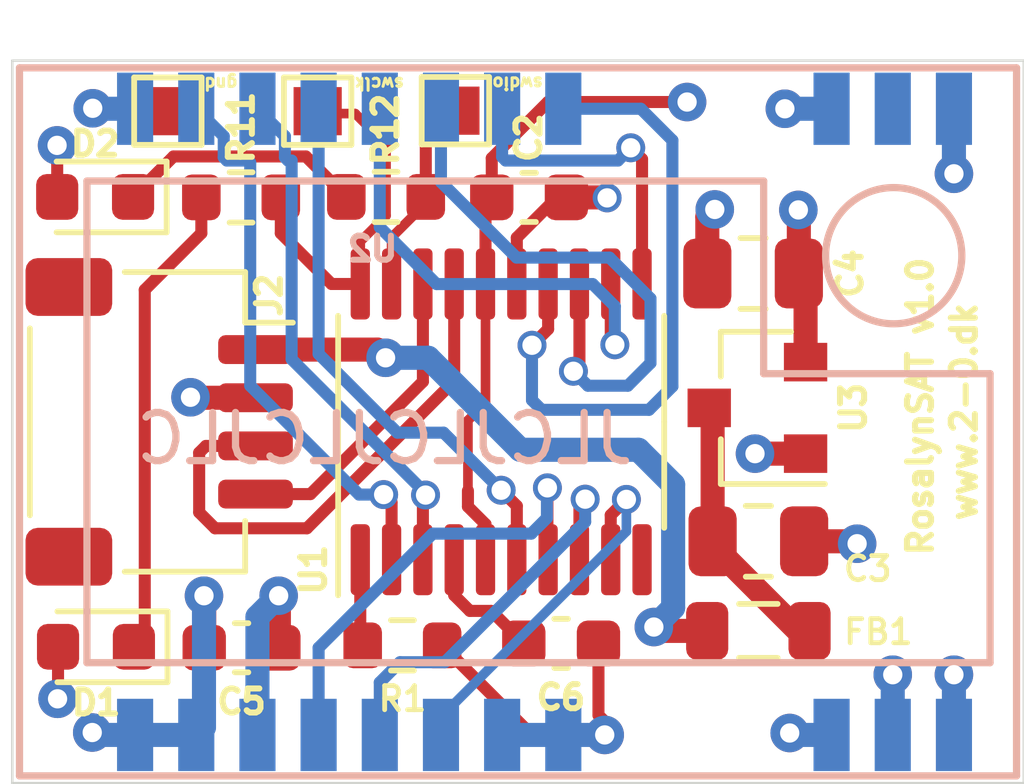
<source format=kicad_pcb>
(kicad_pcb (version 20171130) (host pcbnew 5.1.8-db9833491~87~ubuntu20.04.1)

  (general
    (thickness 1.6)
    (drawings 10)
    (tracks 227)
    (zones 0)
    (modules 18)
    (nets 23)
  )

  (page A4)
  (title_block
    (title RosalynSAT)
    (date 2020-11-23)
    (rev v1.0)
    (company www.2-0.dk)
  )

  (layers
    (0 F.Cu signal)
    (1 In1.Cu signal)
    (2 In2.Cu signal)
    (31 B.Cu signal)
    (32 B.Adhes user)
    (33 F.Adhes user)
    (34 B.Paste user)
    (35 F.Paste user)
    (36 B.SilkS user)
    (37 F.SilkS user)
    (38 B.Mask user)
    (39 F.Mask user)
    (40 Dwgs.User user)
    (41 Cmts.User user)
    (42 Eco1.User user)
    (43 Eco2.User user)
    (44 Edge.Cuts user)
    (45 Margin user)
    (46 B.CrtYd user)
    (47 F.CrtYd user)
    (48 B.Fab user hide)
    (49 F.Fab user hide)
  )

  (setup
    (last_trace_width 0.25)
    (user_trace_width 0.2)
    (trace_clearance 0.2)
    (zone_clearance 0.508)
    (zone_45_only no)
    (trace_min 0.2)
    (via_size 0.8)
    (via_drill 0.4)
    (via_min_size 0.4)
    (via_min_drill 0.3)
    (user_via 0.6 0.4)
    (uvia_size 0.3)
    (uvia_drill 0.1)
    (uvias_allowed no)
    (uvia_min_size 0.2)
    (uvia_min_drill 0.1)
    (edge_width 0.05)
    (segment_width 0.2)
    (pcb_text_width 0.3)
    (pcb_text_size 1.5 1.5)
    (mod_edge_width 0.12)
    (mod_text_size 1 1)
    (mod_text_width 0.15)
    (pad_size 1.524 1.524)
    (pad_drill 0.762)
    (pad_to_mask_clearance 0)
    (aux_axis_origin 0 0)
    (visible_elements FFFFFF7F)
    (pcbplotparams
      (layerselection 0x010fc_ffffffff)
      (usegerberextensions false)
      (usegerberattributes true)
      (usegerberadvancedattributes true)
      (creategerberjobfile true)
      (excludeedgelayer true)
      (linewidth 0.100000)
      (plotframeref false)
      (viasonmask false)
      (mode 1)
      (useauxorigin false)
      (hpglpennumber 1)
      (hpglpenspeed 20)
      (hpglpendiameter 15.000000)
      (psnegative false)
      (psa4output false)
      (plotreference true)
      (plotvalue true)
      (plotinvisibletext false)
      (padsonsilk false)
      (subtractmaskfromsilk false)
      (outputformat 1)
      (mirror false)
      (drillshape 0)
      (scaleselection 1)
      (outputdirectory "plots"))
  )

  (net 0 "")
  (net 1 GND)
  (net 2 spi_sck)
  (net 3 spi_mosi)
  (net 4 spi_miso)
  (net 5 +3V3)
  (net 6 nrst)
  (net 7 +5V)
  (net 8 hmi_status)
  (net 9 "Net-(D1-Pad1)")
  (net 10 "Net-(D2-Pad1)")
  (net 11 hmi_error)
  (net 12 uart1_tx)
  (net 13 uart1_rx)
  (net 14 boot0)
  (net 15 "Net-(C3-Pad1)")
  (net 16 radio_dio1)
  (net 17 radio_busy)
  (net 18 radio_nrst)
  (net 19 radio_dio2)
  (net 20 radio_txen)
  (net 21 radio_rxen)
  (net 22 radio_nss)

  (net_class Default "This is the default net class."
    (clearance 0.2)
    (trace_width 0.25)
    (via_dia 0.8)
    (via_drill 0.4)
    (uvia_dia 0.3)
    (uvia_drill 0.1)
    (add_net +3V3)
    (add_net +5V)
    (add_net GND)
    (add_net "Net-(C3-Pad1)")
    (add_net "Net-(D1-Pad1)")
    (add_net "Net-(D2-Pad1)")
    (add_net boot0)
    (add_net hmi_error)
    (add_net hmi_status)
    (add_net nrst)
    (add_net radio_busy)
    (add_net radio_dio1)
    (add_net radio_dio2)
    (add_net radio_nrst)
    (add_net radio_nss)
    (add_net radio_rxen)
    (add_net radio_txen)
    (add_net spi_miso)
    (add_net spi_mosi)
    (add_net spi_sck)
    (add_net uart1_rx)
    (add_net uart1_tx)
  )

  (module rosalyn-sat:E22-EBYTE (layer B.Cu) (tedit 5FA3C7FF) (tstamp 5FB3A779)
    (at 151.65 100.15)
    (path /5FA008B5)
    (fp_text reference U2 (at -4.07 -3.59 -180) (layer B.SilkS)
      (effects (font (size 0.5 0.5) (thickness 0.125)) (justify mirror))
    )
    (fp_text value E22-EBYTE (at 0 -8.7) (layer B.Fab) hide
      (effects (font (size 1 1) (thickness 0.15)) (justify mirror))
    )
    (fp_circle (center 6.75 -3.45) (end 7.75 -2.45) (layer B.SilkS) (width 0.15))
    (fp_line (start 4.05 -5) (end -10 -5) (layer B.SilkS) (width 0.15))
    (fp_line (start 4.05 -1) (end 4.05 -5) (layer B.SilkS) (width 0.15))
    (fp_line (start 8.75 -1) (end 4.05 -1) (layer B.SilkS) (width 0.15))
    (fp_line (start 8.75 5) (end 8.75 -1) (layer B.SilkS) (width 0.15))
    (fp_line (start -10 5) (end 8.75 5) (layer B.SilkS) (width 0.15))
    (fp_line (start -10 -5) (end -10 5) (layer B.SilkS) (width 0.15))
    (fp_line (start -11.5 -7.45) (end -11.5 7.45) (layer B.CrtYd) (width 0.15))
    (fp_line (start 9.4 -7.45) (end -11.5 -7.45) (layer B.CrtYd) (width 0.15))
    (fp_line (start 9.4 7.45) (end 9.4 -7.45) (layer B.CrtYd) (width 0.15))
    (fp_line (start -11.5 7.45) (end 9.4 7.45) (layer B.CrtYd) (width 0.15))
    (fp_line (start -11.4 -7.35) (end -11.4 7.35) (layer B.SilkS) (width 0.15))
    (fp_line (start 9.3 -7.35) (end -11.4 -7.35) (layer B.SilkS) (width 0.15))
    (fp_line (start 9.3 7.35) (end 9.3 -7.35) (layer B.SilkS) (width 0.15))
    (fp_line (start -11.4 7.35) (end 9.3 7.35) (layer B.SilkS) (width 0.15))
    (pad 22 smd rect (at 8 -6.5) (size 0.75 1.5) (layers B.Cu B.Paste B.Mask)
      (net 1 GND))
    (pad 21 smd rect (at 6.73 -6.5) (size 0.75 1.5) (layers B.Cu B.Paste B.Mask))
    (pad 20 smd rect (at 5.46 -6.5) (size 0.75 1.5) (layers B.Cu B.Paste B.Mask)
      (net 1 GND))
    (pad 19 smd rect (at -0.11 -6.5) (size 0.75 1.5) (layers B.Cu B.Paste B.Mask)
      (net 22 radio_nss))
    (pad 18 smd rect (at -1.38 -6.5) (size 0.75 1.5) (layers B.Cu B.Paste B.Mask)
      (net 2 spi_sck))
    (pad 17 smd rect (at -2.65 -6.5) (size 0.75 1.5) (layers B.Cu B.Paste B.Mask)
      (net 3 spi_mosi))
    (pad 16 smd rect (at -3.92 -6.5) (size 0.75 1.5) (layers B.Cu B.Paste B.Mask)
      (net 4 spi_miso))
    (pad 15 smd rect (at -5.19 -6.5) (size 0.75 1.5) (layers B.Cu B.Paste B.Mask)
      (net 18 radio_nrst))
    (pad 14 smd rect (at -6.46 -6.5) (size 0.75 1.5) (layers B.Cu B.Paste B.Mask)
      (net 17 radio_busy))
    (pad 13 smd rect (at -7.73 -6.5) (size 0.75 1.5) (layers B.Cu B.Paste B.Mask)
      (net 16 radio_dio1))
    (pad 12 smd rect (at -9 -6.5) (size 0.75 1.5) (layers B.Cu B.Paste B.Mask)
      (net 1 GND))
    (pad 11 smd rect (at -9 6.5) (size 0.75 1.5) (layers B.Cu B.Paste B.Mask)
      (net 1 GND))
    (pad 10 smd rect (at -7.73 6.5) (size 0.75 1.5) (layers B.Cu B.Paste B.Mask)
      (net 1 GND))
    (pad 9 smd rect (at -6.46 6.5) (size 0.75 1.5) (layers B.Cu B.Paste B.Mask)
      (net 5 +3V3))
    (pad 8 smd rect (at -5.19 6.5) (size 0.75 1.5) (layers B.Cu B.Paste B.Mask)
      (net 19 radio_dio2))
    (pad 7 smd rect (at -3.92 6.5) (size 0.75 1.5) (layers B.Cu B.Paste B.Mask)
      (net 20 radio_txen))
    (pad 6 smd rect (at -2.65 6.5) (size 0.75 1.5) (layers B.Cu B.Paste B.Mask)
      (net 21 radio_rxen))
    (pad 5 smd rect (at -1.38 6.5) (size 0.75 1.5) (layers B.Cu B.Paste B.Mask)
      (net 1 GND))
    (pad 4 smd rect (at -0.11 6.5) (size 0.75 1.5) (layers B.Cu B.Paste B.Mask)
      (net 1 GND))
    (pad 3 smd rect (at 5.46 6.5) (size 0.75 1.5) (layers B.Cu B.Paste B.Mask)
      (net 1 GND))
    (pad 2 smd rect (at 6.73 6.5) (size 0.75 1.5) (layers B.Cu B.Paste B.Mask)
      (net 1 GND))
    (pad 1 smd rect (at 8 6.5) (size 0.75 1.5) (layers B.Cu B.Paste B.Mask)
      (net 1 GND))
    (model "${KIPRJMOD}/packages3d/E22-900M22S v2.step"
      (offset (xyz 9 -7 0))
      (scale (xyz 1 1 1))
      (rotate (xyz 0 0 -90))
    )
  )

  (module Capacitor_SMD:C_0603_1608Metric (layer F.Cu) (tedit 5F68FEEE) (tstamp 5FA38223)
    (at 151.495 104.75)
    (descr "Capacitor SMD 0603 (1608 Metric), square (rectangular) end terminal, IPC_7351 nominal, (Body size source: IPC-SM-782 page 76, https://www.pcb-3d.com/wordpress/wp-content/uploads/ipc-sm-782a_amendment_1_and_2.pdf), generated with kicad-footprint-generator")
    (tags capacitor)
    (path /5FA4AD22)
    (attr smd)
    (fp_text reference C6 (at -0.005 1.12) (layer F.SilkS)
      (effects (font (size 0.5 0.5) (thickness 0.125)))
    )
    (fp_text value 100n (at 0 1.43) (layer F.Fab)
      (effects (font (size 1 1) (thickness 0.15)))
    )
    (fp_line (start -0.8 0.4) (end -0.8 -0.4) (layer F.Fab) (width 0.1))
    (fp_line (start -0.8 -0.4) (end 0.8 -0.4) (layer F.Fab) (width 0.1))
    (fp_line (start 0.8 -0.4) (end 0.8 0.4) (layer F.Fab) (width 0.1))
    (fp_line (start 0.8 0.4) (end -0.8 0.4) (layer F.Fab) (width 0.1))
    (fp_line (start -0.14058 -0.51) (end 0.14058 -0.51) (layer F.SilkS) (width 0.12))
    (fp_line (start -0.14058 0.51) (end 0.14058 0.51) (layer F.SilkS) (width 0.12))
    (fp_line (start -1.48 0.73) (end -1.48 -0.73) (layer F.CrtYd) (width 0.05))
    (fp_line (start -1.48 -0.73) (end 1.48 -0.73) (layer F.CrtYd) (width 0.05))
    (fp_line (start 1.48 -0.73) (end 1.48 0.73) (layer F.CrtYd) (width 0.05))
    (fp_line (start 1.48 0.73) (end -1.48 0.73) (layer F.CrtYd) (width 0.05))
    (fp_text user %R (at 0 0) (layer F.Fab)
      (effects (font (size 0.4 0.4) (thickness 0.06)))
    )
    (pad 1 smd roundrect (at -0.775 0) (size 0.9 0.95) (layers F.Cu F.Paste F.Mask) (roundrect_rratio 0.25)
      (net 6 nrst))
    (pad 2 smd roundrect (at 0.775 0) (size 0.9 0.95) (layers F.Cu F.Paste F.Mask) (roundrect_rratio 0.25)
      (net 1 GND))
    (model ${KISYS3DMOD}/Capacitor_SMD.3dshapes/C_0603_1608Metric.wrl
      (at (xyz 0 0 0))
      (scale (xyz 1 1 1))
      (rotate (xyz 0 0 0))
    )
  )

  (module Package_SO:TSSOP-20_4.4x6.5mm_P0.65mm (layer F.Cu) (tedit 5E476F32) (tstamp 5FA16642)
    (at 150.25 100.15 90)
    (descr "TSSOP, 20 Pin (JEDEC MO-153 Var AC https://www.jedec.org/document_search?search_api_views_fulltext=MO-153), generated with kicad-footprint-generator ipc_gullwing_generator.py")
    (tags "TSSOP SO")
    (path /5FC13811)
    (attr smd)
    (fp_text reference U1 (at -3.07 -3.9 90) (layer F.SilkS)
      (effects (font (size 0.5 0.5) (thickness 0.125)))
    )
    (fp_text value STM32F070F6Px (at 0 4.2 90) (layer F.Fab)
      (effects (font (size 1 1) (thickness 0.15)))
    )
    (fp_line (start 0 3.385) (end 2.2 3.385) (layer F.SilkS) (width 0.12))
    (fp_line (start 0 3.385) (end -2.2 3.385) (layer F.SilkS) (width 0.12))
    (fp_line (start 0 -3.385) (end 2.2 -3.385) (layer F.SilkS) (width 0.12))
    (fp_line (start 0 -3.385) (end -3.6 -3.385) (layer F.SilkS) (width 0.12))
    (fp_line (start -1.2 -3.25) (end 2.2 -3.25) (layer F.Fab) (width 0.1))
    (fp_line (start 2.2 -3.25) (end 2.2 3.25) (layer F.Fab) (width 0.1))
    (fp_line (start 2.2 3.25) (end -2.2 3.25) (layer F.Fab) (width 0.1))
    (fp_line (start -2.2 3.25) (end -2.2 -2.25) (layer F.Fab) (width 0.1))
    (fp_line (start -2.2 -2.25) (end -1.2 -3.25) (layer F.Fab) (width 0.1))
    (fp_line (start -3.85 -3.5) (end -3.85 3.5) (layer F.CrtYd) (width 0.05))
    (fp_line (start -3.85 3.5) (end 3.85 3.5) (layer F.CrtYd) (width 0.05))
    (fp_line (start 3.85 3.5) (end 3.85 -3.5) (layer F.CrtYd) (width 0.05))
    (fp_line (start 3.85 -3.5) (end -3.85 -3.5) (layer F.CrtYd) (width 0.05))
    (fp_text user %R (at 0 0 90) (layer F.Fab)
      (effects (font (size 1 1) (thickness 0.15)))
    )
    (pad 1 smd roundrect (at -2.8625 -2.925 90) (size 1.475 0.4) (layers F.Cu F.Paste F.Mask) (roundrect_rratio 0.25)
      (net 14 boot0))
    (pad 2 smd roundrect (at -2.8625 -2.275 90) (size 1.475 0.4) (layers F.Cu F.Paste F.Mask) (roundrect_rratio 0.25)
      (net 16 radio_dio1))
    (pad 3 smd roundrect (at -2.8625 -1.625 90) (size 1.475 0.4) (layers F.Cu F.Paste F.Mask) (roundrect_rratio 0.25)
      (net 17 radio_busy))
    (pad 4 smd roundrect (at -2.8625 -0.975 90) (size 1.475 0.4) (layers F.Cu F.Paste F.Mask) (roundrect_rratio 0.25)
      (net 6 nrst))
    (pad 5 smd roundrect (at -2.8625 -0.325 90) (size 1.475 0.4) (layers F.Cu F.Paste F.Mask) (roundrect_rratio 0.25)
      (net 5 +3V3))
    (pad 6 smd roundrect (at -2.8625 0.325 90) (size 1.475 0.4) (layers F.Cu F.Paste F.Mask) (roundrect_rratio 0.25)
      (net 18 radio_nrst))
    (pad 7 smd roundrect (at -2.8625 0.975 90) (size 1.475 0.4) (layers F.Cu F.Paste F.Mask) (roundrect_rratio 0.25)
      (net 19 radio_dio2))
    (pad 8 smd roundrect (at -2.8625 1.625 90) (size 1.475 0.4) (layers F.Cu F.Paste F.Mask) (roundrect_rratio 0.25)
      (net 20 radio_txen))
    (pad 9 smd roundrect (at -2.8625 2.275 90) (size 1.475 0.4) (layers F.Cu F.Paste F.Mask) (roundrect_rratio 0.25)
      (net 21 radio_rxen))
    (pad 10 smd roundrect (at -2.8625 2.925 90) (size 1.475 0.4) (layers F.Cu F.Paste F.Mask) (roundrect_rratio 0.25))
    (pad 11 smd roundrect (at 2.8625 2.925 90) (size 1.475 0.4) (layers F.Cu F.Paste F.Mask) (roundrect_rratio 0.25)
      (net 2 spi_sck))
    (pad 12 smd roundrect (at 2.8625 2.275 90) (size 1.475 0.4) (layers F.Cu F.Paste F.Mask) (roundrect_rratio 0.25)
      (net 4 spi_miso))
    (pad 13 smd roundrect (at 2.8625 1.625 90) (size 1.475 0.4) (layers F.Cu F.Paste F.Mask) (roundrect_rratio 0.25)
      (net 3 spi_mosi))
    (pad 14 smd roundrect (at 2.8625 0.975 90) (size 1.475 0.4) (layers F.Cu F.Paste F.Mask) (roundrect_rratio 0.25)
      (net 22 radio_nss))
    (pad 15 smd roundrect (at 2.8625 0.325 90) (size 1.475 0.4) (layers F.Cu F.Paste F.Mask) (roundrect_rratio 0.25)
      (net 1 GND))
    (pad 16 smd roundrect (at 2.8625 -0.325 90) (size 1.475 0.4) (layers F.Cu F.Paste F.Mask) (roundrect_rratio 0.25)
      (net 5 +3V3))
    (pad 17 smd roundrect (at 2.8625 -0.975 90) (size 1.475 0.4) (layers F.Cu F.Paste F.Mask) (roundrect_rratio 0.25)
      (net 12 uart1_tx))
    (pad 18 smd roundrect (at 2.8625 -1.625 90) (size 1.475 0.4) (layers F.Cu F.Paste F.Mask) (roundrect_rratio 0.25)
      (net 13 uart1_rx))
    (pad 19 smd roundrect (at 2.8625 -2.275 90) (size 1.475 0.4) (layers F.Cu F.Paste F.Mask) (roundrect_rratio 0.25)
      (net 11 hmi_error))
    (pad 20 smd roundrect (at 2.8625 -2.925 90) (size 1.475 0.4) (layers F.Cu F.Paste F.Mask) (roundrect_rratio 0.25)
      (net 8 hmi_status))
    (model ${KISYS3DMOD}/Package_SO.3dshapes/TSSOP-20_4.4x6.5mm_P0.65mm.wrl
      (at (xyz 0 0 0))
      (scale (xyz 1 1 1))
      (rotate (xyz 0 0 0))
    )
  )

  (module rosalyn-sat:JST_SH_SM04B-SRSS-TB_1x04-1MP_P1.00mm_Horizontal (layer F.Cu) (tedit 5FA3C846) (tstamp 5FA1A8F6)
    (at 143.15 100.15 270)
    (descr "JST SH series connector, SM04B-SRSS-TB (http://www.jst-mfg.com/product/pdf/eng/eSH.pdf), generated with kicad-footprint-generator")
    (tags "connector JST SH top entry")
    (path /5FA0237F)
    (attr smd)
    (fp_text reference J2 (at -2.63 -2.28 90) (layer F.SilkS)
      (effects (font (size 0.5 0.5) (thickness 0.125)))
    )
    (fp_text value Serial (at 0 3.98 90) (layer F.Fab)
      (effects (font (size 1 1) (thickness 0.15)))
    )
    (fp_line (start -1.5 -0.967893) (end -1 -1.675) (layer F.Fab) (width 0.1))
    (fp_line (start -2 -1.675) (end -1.5 -0.967893) (layer F.Fab) (width 0.1))
    (fp_line (start 3.9 -3.28) (end -3.9 -3.28) (layer F.CrtYd) (width 0.05))
    (fp_line (start 3.9 3.28) (end 3.9 -3.28) (layer F.CrtYd) (width 0.05))
    (fp_line (start -3.9 3.28) (end 3.9 3.28) (layer F.CrtYd) (width 0.05))
    (fp_line (start -3.9 -3.28) (end -3.9 3.28) (layer F.CrtYd) (width 0.05))
    (fp_line (start 3 -1.675) (end 3 2.575) (layer F.Fab) (width 0.1))
    (fp_line (start -3 -1.675) (end -3 2.575) (layer F.Fab) (width 0.1))
    (fp_line (start -3 2.575) (end 3 2.575) (layer F.Fab) (width 0.1))
    (fp_line (start -1.94 2.685) (end 1.94 2.685) (layer F.SilkS) (width 0.12))
    (fp_line (start 3.11 -1.785) (end 2.06 -1.785) (layer F.SilkS) (width 0.12))
    (fp_line (start 3.11 0.715) (end 3.11 -1.785) (layer F.SilkS) (width 0.12))
    (fp_line (start -2.06 -1.785) (end -2.06 -2.775) (layer F.SilkS) (width 0.12))
    (fp_line (start -3.11 -1.785) (end -2.06 -1.785) (layer F.SilkS) (width 0.12))
    (fp_line (start -3.11 0.715) (end -3.11 -1.785) (layer F.SilkS) (width 0.12))
    (fp_line (start -3 -1.675) (end 3 -1.675) (layer F.Fab) (width 0.1))
    (fp_text user %R (at 0 0 90) (layer F.Fab)
      (effects (font (size 1 1) (thickness 0.15)))
    )
    (pad 1 smd roundrect (at -1.5 -2 270) (size 0.6 1.55) (layers F.Cu F.Paste F.Mask) (roundrect_rratio 0.25)
      (net 7 +5V))
    (pad 2 smd roundrect (at -0.5 -2 270) (size 0.6 1.55) (layers F.Cu F.Paste F.Mask) (roundrect_rratio 0.25)
      (net 1 GND))
    (pad 3 smd roundrect (at 0.5 -2 270) (size 0.6 1.55) (layers F.Cu F.Paste F.Mask) (roundrect_rratio 0.25)
      (net 12 uart1_tx))
    (pad 4 smd roundrect (at 1.5 -2 270) (size 0.6 1.55) (layers F.Cu F.Paste F.Mask) (roundrect_rratio 0.25)
      (net 13 uart1_rx))
    (pad MP smd roundrect (at -2.8 1.875 270) (size 1.2 1.8) (layers F.Cu F.Paste F.Mask) (roundrect_rratio 0.208333))
    (pad MP smd roundrect (at 2.8 1.875 270) (size 1.2 1.8) (layers F.Cu F.Paste F.Mask) (roundrect_rratio 0.208333))
    (model ${KISYS3DMOD}/Connector_JST.3dshapes/JST_SH_SM04B-SRSS-TB_1x04-1MP_P1.00mm_Horizontal.wrl
      (offset (xyz 6.5 2 1.5))
      (scale (xyz 1.5 1.2 1.2))
      (rotate (xyz 90 10 10))
    )
    (model ${KIPRJMOD}/packages3d/jst-sh-smd-connectors/SMxxB-SRSS-TB/SM04B-SRSS-TB.STEP
      (offset (xyz 0 1.3 -0.35))
      (scale (xyz 1 1 1))
      (rotate (xyz -90 0 0))
    )
  )

  (module Resistor_SMD:R_0603_1608Metric (layer F.Cu) (tedit 5F68FEEE) (tstamp 5FA1CAE9)
    (at 147.86 95.48 180)
    (descr "Resistor SMD 0603 (1608 Metric), square (rectangular) end terminal, IPC_7351 nominal, (Body size source: IPC-SM-782 page 72, https://www.pcb-3d.com/wordpress/wp-content/uploads/ipc-sm-782a_amendment_1_and_2.pdf), generated with kicad-footprint-generator")
    (tags resistor)
    (path /5FA3A740)
    (attr smd)
    (fp_text reference R12 (at 0.01 1.4 90) (layer F.SilkS)
      (effects (font (size 0.5 0.5) (thickness 0.125)))
    )
    (fp_text value 1k (at 0 1.43) (layer F.Fab)
      (effects (font (size 1 1) (thickness 0.15)))
    )
    (fp_line (start -0.8 0.4125) (end -0.8 -0.4125) (layer F.Fab) (width 0.1))
    (fp_line (start -0.8 -0.4125) (end 0.8 -0.4125) (layer F.Fab) (width 0.1))
    (fp_line (start 0.8 -0.4125) (end 0.8 0.4125) (layer F.Fab) (width 0.1))
    (fp_line (start 0.8 0.4125) (end -0.8 0.4125) (layer F.Fab) (width 0.1))
    (fp_line (start -0.237258 -0.5225) (end 0.237258 -0.5225) (layer F.SilkS) (width 0.12))
    (fp_line (start -0.237258 0.5225) (end 0.237258 0.5225) (layer F.SilkS) (width 0.12))
    (fp_line (start -1.48 0.73) (end -1.48 -0.73) (layer F.CrtYd) (width 0.05))
    (fp_line (start -1.48 -0.73) (end 1.48 -0.73) (layer F.CrtYd) (width 0.05))
    (fp_line (start 1.48 -0.73) (end 1.48 0.73) (layer F.CrtYd) (width 0.05))
    (fp_line (start 1.48 0.73) (end -1.48 0.73) (layer F.CrtYd) (width 0.05))
    (fp_text user %R (at 0 0) (layer F.Fab)
      (effects (font (size 0.4 0.4) (thickness 0.06)))
    )
    (pad 2 smd roundrect (at 0.825 0 180) (size 0.8 0.95) (layers F.Cu F.Paste F.Mask) (roundrect_rratio 0.25)
      (net 10 "Net-(D2-Pad1)"))
    (pad 1 smd roundrect (at -0.825 0 180) (size 0.8 0.95) (layers F.Cu F.Paste F.Mask) (roundrect_rratio 0.25)
      (net 11 hmi_error))
    (model ${KISYS3DMOD}/Resistor_SMD.3dshapes/R_0603_1608Metric.wrl
      (at (xyz 0 0 0))
      (scale (xyz 1 1 1))
      (rotate (xyz 0 0 0))
    )
  )

  (module LED_SMD:LED_0603_1608Metric (layer F.Cu) (tedit 5F68FEF1) (tstamp 5FA1C912)
    (at 141.82 95.48 180)
    (descr "LED SMD 0603 (1608 Metric), square (rectangular) end terminal, IPC_7351 nominal, (Body size source: http://www.tortai-tech.com/upload/download/2011102023233369053.pdf), generated with kicad-footprint-generator")
    (tags LED)
    (path /5FA3A733)
    (attr smd)
    (fp_text reference D2 (at 0 1.1 180) (layer F.SilkS)
      (effects (font (size 0.5 0.5) (thickness 0.125)))
    )
    (fp_text value LED (at 0 1.43) (layer F.Fab)
      (effects (font (size 1 1) (thickness 0.15)))
    )
    (fp_line (start 0.8 -0.4) (end -0.5 -0.4) (layer F.Fab) (width 0.1))
    (fp_line (start -0.5 -0.4) (end -0.8 -0.1) (layer F.Fab) (width 0.1))
    (fp_line (start -0.8 -0.1) (end -0.8 0.4) (layer F.Fab) (width 0.1))
    (fp_line (start -0.8 0.4) (end 0.8 0.4) (layer F.Fab) (width 0.1))
    (fp_line (start 0.8 0.4) (end 0.8 -0.4) (layer F.Fab) (width 0.1))
    (fp_line (start 0.8 -0.735) (end -1.485 -0.735) (layer F.SilkS) (width 0.12))
    (fp_line (start -1.485 -0.735) (end -1.485 0.735) (layer F.SilkS) (width 0.12))
    (fp_line (start -1.485 0.735) (end 0.8 0.735) (layer F.SilkS) (width 0.12))
    (fp_line (start -1.48 0.73) (end -1.48 -0.73) (layer F.CrtYd) (width 0.05))
    (fp_line (start -1.48 -0.73) (end 1.48 -0.73) (layer F.CrtYd) (width 0.05))
    (fp_line (start 1.48 -0.73) (end 1.48 0.73) (layer F.CrtYd) (width 0.05))
    (fp_line (start 1.48 0.73) (end -1.48 0.73) (layer F.CrtYd) (width 0.05))
    (fp_text user %R (at 0 0) (layer F.Fab)
      (effects (font (size 0.4 0.4) (thickness 0.06)))
    )
    (pad 2 smd roundrect (at 0.7875 0 180) (size 0.875 0.95) (layers F.Cu F.Paste F.Mask) (roundrect_rratio 0.25)
      (net 5 +3V3))
    (pad 1 smd roundrect (at -0.7875 0 180) (size 0.875 0.95) (layers F.Cu F.Paste F.Mask) (roundrect_rratio 0.25)
      (net 10 "Net-(D2-Pad1)"))
    (model ${KISYS3DMOD}/LED_SMD.3dshapes/LED_0603_1608Metric.wrl
      (at (xyz 0 0 0))
      (scale (xyz 1 1 1))
      (rotate (xyz 0 0 0))
    )
  )

  (module Resistor_SMD:R_0603_1608Metric (layer F.Cu) (tedit 5F68FEEE) (tstamp 5FA163CC)
    (at 144.85 95.49 180)
    (descr "Resistor SMD 0603 (1608 Metric), square (rectangular) end terminal, IPC_7351 nominal, (Body size source: IPC-SM-782 page 72, https://www.pcb-3d.com/wordpress/wp-content/uploads/ipc-sm-782a_amendment_1_and_2.pdf), generated with kicad-footprint-generator")
    (tags resistor)
    (path /5FAAEC5C)
    (attr smd)
    (fp_text reference R11 (at 0 1.45 270) (layer F.SilkS)
      (effects (font (size 0.5 0.5) (thickness 0.125)))
    )
    (fp_text value 1k (at 0 1.43) (layer F.Fab)
      (effects (font (size 1 1) (thickness 0.15)))
    )
    (fp_line (start 1.48 0.73) (end -1.48 0.73) (layer F.CrtYd) (width 0.05))
    (fp_line (start 1.48 -0.73) (end 1.48 0.73) (layer F.CrtYd) (width 0.05))
    (fp_line (start -1.48 -0.73) (end 1.48 -0.73) (layer F.CrtYd) (width 0.05))
    (fp_line (start -1.48 0.73) (end -1.48 -0.73) (layer F.CrtYd) (width 0.05))
    (fp_line (start -0.237258 0.5225) (end 0.237258 0.5225) (layer F.SilkS) (width 0.12))
    (fp_line (start -0.237258 -0.5225) (end 0.237258 -0.5225) (layer F.SilkS) (width 0.12))
    (fp_line (start 0.8 0.4125) (end -0.8 0.4125) (layer F.Fab) (width 0.1))
    (fp_line (start 0.8 -0.4125) (end 0.8 0.4125) (layer F.Fab) (width 0.1))
    (fp_line (start -0.8 -0.4125) (end 0.8 -0.4125) (layer F.Fab) (width 0.1))
    (fp_line (start -0.8 0.4125) (end -0.8 -0.4125) (layer F.Fab) (width 0.1))
    (fp_text user %R (at 0 0) (layer F.Fab)
      (effects (font (size 0.4 0.4) (thickness 0.06)))
    )
    (pad 2 smd roundrect (at 0.825 0 180) (size 0.8 0.95) (layers F.Cu F.Paste F.Mask) (roundrect_rratio 0.25)
      (net 9 "Net-(D1-Pad1)"))
    (pad 1 smd roundrect (at -0.825 0 180) (size 0.8 0.95) (layers F.Cu F.Paste F.Mask) (roundrect_rratio 0.25)
      (net 8 hmi_status))
    (model ${KISYS3DMOD}/Resistor_SMD.3dshapes/R_0603_1608Metric.wrl
      (at (xyz 0 0 0))
      (scale (xyz 1 1 1))
      (rotate (xyz 0 0 0))
    )
  )

  (module LED_SMD:LED_0603_1608Metric (layer F.Cu) (tedit 5F68FEF1) (tstamp 5FA16818)
    (at 141.8375 104.82 180)
    (descr "LED SMD 0603 (1608 Metric), square (rectangular) end terminal, IPC_7351 nominal, (Body size source: http://www.tortai-tech.com/upload/download/2011102023233369053.pdf), generated with kicad-footprint-generator")
    (tags LED)
    (path /5FAA80D2)
    (attr smd)
    (fp_text reference D1 (at -0.0025 -1.16) (layer F.SilkS)
      (effects (font (size 0.5 0.5) (thickness 0.125)))
    )
    (fp_text value LED (at 0 1.43) (layer F.Fab)
      (effects (font (size 1 1) (thickness 0.15)))
    )
    (fp_line (start 1.48 0.73) (end -1.48 0.73) (layer F.CrtYd) (width 0.05))
    (fp_line (start 1.48 -0.73) (end 1.48 0.73) (layer F.CrtYd) (width 0.05))
    (fp_line (start -1.48 -0.73) (end 1.48 -0.73) (layer F.CrtYd) (width 0.05))
    (fp_line (start -1.48 0.73) (end -1.48 -0.73) (layer F.CrtYd) (width 0.05))
    (fp_line (start -1.485 0.735) (end 0.8 0.735) (layer F.SilkS) (width 0.12))
    (fp_line (start -1.485 -0.735) (end -1.485 0.735) (layer F.SilkS) (width 0.12))
    (fp_line (start 0.8 -0.735) (end -1.485 -0.735) (layer F.SilkS) (width 0.12))
    (fp_line (start 0.8 0.4) (end 0.8 -0.4) (layer F.Fab) (width 0.1))
    (fp_line (start -0.8 0.4) (end 0.8 0.4) (layer F.Fab) (width 0.1))
    (fp_line (start -0.8 -0.1) (end -0.8 0.4) (layer F.Fab) (width 0.1))
    (fp_line (start -0.5 -0.4) (end -0.8 -0.1) (layer F.Fab) (width 0.1))
    (fp_line (start 0.8 -0.4) (end -0.5 -0.4) (layer F.Fab) (width 0.1))
    (fp_text user %R (at 0 0) (layer F.Fab)
      (effects (font (size 0.4 0.4) (thickness 0.06)))
    )
    (pad 2 smd roundrect (at 0.7875 0 180) (size 0.875 0.95) (layers F.Cu F.Paste F.Mask) (roundrect_rratio 0.25)
      (net 5 +3V3))
    (pad 1 smd roundrect (at -0.7875 0 180) (size 0.875 0.95) (layers F.Cu F.Paste F.Mask) (roundrect_rratio 0.25)
      (net 9 "Net-(D1-Pad1)"))
    (model ${KISYS3DMOD}/LED_SMD.3dshapes/LED_0603_1608Metric.wrl
      (at (xyz 0 0 0))
      (scale (xyz 1 1 1))
      (rotate (xyz 0 0 0))
    )
  )

  (module Capacitor_SMD:C_0603_1608Metric (layer F.Cu) (tedit 5F68FEEE) (tstamp 5FA16579)
    (at 144.86 104.84 180)
    (descr "Capacitor SMD 0603 (1608 Metric), square (rectangular) end terminal, IPC_7351 nominal, (Body size source: IPC-SM-782 page 76, https://www.pcb-3d.com/wordpress/wp-content/uploads/ipc-sm-782a_amendment_1_and_2.pdf), generated with kicad-footprint-generator")
    (tags capacitor)
    (path /5FA4BDA7)
    (attr smd)
    (fp_text reference C5 (at 0 -1.12 180) (layer F.SilkS)
      (effects (font (size 0.5 0.5) (thickness 0.125)))
    )
    (fp_text value 100n (at 0 1.43) (layer F.Fab)
      (effects (font (size 1 1) (thickness 0.15)))
    )
    (fp_line (start 1.48 0.73) (end -1.48 0.73) (layer F.CrtYd) (width 0.05))
    (fp_line (start 1.48 -0.73) (end 1.48 0.73) (layer F.CrtYd) (width 0.05))
    (fp_line (start -1.48 -0.73) (end 1.48 -0.73) (layer F.CrtYd) (width 0.05))
    (fp_line (start -1.48 0.73) (end -1.48 -0.73) (layer F.CrtYd) (width 0.05))
    (fp_line (start -0.14058 0.51) (end 0.14058 0.51) (layer F.SilkS) (width 0.12))
    (fp_line (start -0.14058 -0.51) (end 0.14058 -0.51) (layer F.SilkS) (width 0.12))
    (fp_line (start 0.8 0.4) (end -0.8 0.4) (layer F.Fab) (width 0.1))
    (fp_line (start 0.8 -0.4) (end 0.8 0.4) (layer F.Fab) (width 0.1))
    (fp_line (start -0.8 -0.4) (end 0.8 -0.4) (layer F.Fab) (width 0.1))
    (fp_line (start -0.8 0.4) (end -0.8 -0.4) (layer F.Fab) (width 0.1))
    (fp_text user %R (at 0 0) (layer F.Fab)
      (effects (font (size 0.4 0.4) (thickness 0.06)))
    )
    (pad 2 smd roundrect (at 0.775 0 180) (size 0.9 0.95) (layers F.Cu F.Paste F.Mask) (roundrect_rratio 0.25)
      (net 1 GND))
    (pad 1 smd roundrect (at -0.775 0 180) (size 0.9 0.95) (layers F.Cu F.Paste F.Mask) (roundrect_rratio 0.25)
      (net 5 +3V3))
    (model ${KISYS3DMOD}/Capacitor_SMD.3dshapes/C_0603_1608Metric.wrl
      (at (xyz 0 0 0))
      (scale (xyz 1 1 1))
      (rotate (xyz 0 0 0))
    )
  )

  (module Capacitor_SMD:C_0805_2012Metric (layer F.Cu) (tedit 5F68FEEE) (tstamp 5FA1D680)
    (at 155.59 102.63)
    (descr "Capacitor SMD 0805 (2012 Metric), square (rectangular) end terminal, IPC_7351 nominal, (Body size source: IPC-SM-782 page 76, https://www.pcb-3d.com/wordpress/wp-content/uploads/ipc-sm-782a_amendment_1_and_2.pdf, https://docs.google.com/spreadsheets/d/1BsfQQcO9C6DZCsRaXUlFlo91Tg2WpOkGARC1WS5S8t0/edit?usp=sharing), generated with kicad-footprint-generator")
    (tags capacitor)
    (path /5FA54C64)
    (attr smd)
    (fp_text reference C3 (at 2.27 0.57) (layer F.SilkS)
      (effects (font (size 0.5 0.5) (thickness 0.1)))
    )
    (fp_text value 4,7u (at 0 1.68) (layer F.Fab)
      (effects (font (size 1 1) (thickness 0.15)))
    )
    (fp_line (start 1.7 0.98) (end -1.7 0.98) (layer F.CrtYd) (width 0.05))
    (fp_line (start 1.7 -0.98) (end 1.7 0.98) (layer F.CrtYd) (width 0.05))
    (fp_line (start -1.7 -0.98) (end 1.7 -0.98) (layer F.CrtYd) (width 0.05))
    (fp_line (start -1.7 0.98) (end -1.7 -0.98) (layer F.CrtYd) (width 0.05))
    (fp_line (start -0.261252 0.735) (end 0.261252 0.735) (layer F.SilkS) (width 0.12))
    (fp_line (start -0.261252 -0.735) (end 0.261252 -0.735) (layer F.SilkS) (width 0.12))
    (fp_line (start 1 0.625) (end -1 0.625) (layer F.Fab) (width 0.1))
    (fp_line (start 1 -0.625) (end 1 0.625) (layer F.Fab) (width 0.1))
    (fp_line (start -1 -0.625) (end 1 -0.625) (layer F.Fab) (width 0.1))
    (fp_line (start -1 0.625) (end -1 -0.625) (layer F.Fab) (width 0.1))
    (fp_text user %R (at 0 0) (layer F.Fab)
      (effects (font (size 0.5 0.5) (thickness 0.08)))
    )
    (pad 2 smd roundrect (at 0.95 0) (size 1 1.45) (layers F.Cu F.Paste F.Mask) (roundrect_rratio 0.25)
      (net 1 GND))
    (pad 1 smd roundrect (at -0.95 0) (size 1 1.45) (layers F.Cu F.Paste F.Mask) (roundrect_rratio 0.25)
      (net 15 "Net-(C3-Pad1)"))
    (model ${KISYS3DMOD}/Capacitor_SMD.3dshapes/C_0805_2012Metric.wrl
      (at (xyz 0 0 0))
      (scale (xyz 1 1 1))
      (rotate (xyz 0 0 0))
    )
  )

  (module Package_TO_SOT_SMD:SOT-23 (layer F.Cu) (tedit 5A02FF57) (tstamp 5FA1622C)
    (at 155.57 99.86 180)
    (descr "SOT-23, Standard")
    (tags SOT-23)
    (path /5FA52713)
    (attr smd)
    (fp_text reference U3 (at -1.99 0 90) (layer F.SilkS)
      (effects (font (size 0.5 0.5) (thickness 0.125)))
    )
    (fp_text value XC6206P330MR (at 0 2.5) (layer F.Fab)
      (effects (font (size 1 1) (thickness 0.15)))
    )
    (fp_line (start 0.76 1.58) (end -0.7 1.58) (layer F.SilkS) (width 0.12))
    (fp_line (start 0.76 -1.58) (end -1.4 -1.58) (layer F.SilkS) (width 0.12))
    (fp_line (start -1.7 1.75) (end -1.7 -1.75) (layer F.CrtYd) (width 0.05))
    (fp_line (start 1.7 1.75) (end -1.7 1.75) (layer F.CrtYd) (width 0.05))
    (fp_line (start 1.7 -1.75) (end 1.7 1.75) (layer F.CrtYd) (width 0.05))
    (fp_line (start -1.7 -1.75) (end 1.7 -1.75) (layer F.CrtYd) (width 0.05))
    (fp_line (start 0.76 -1.58) (end 0.76 -0.65) (layer F.SilkS) (width 0.12))
    (fp_line (start 0.76 1.58) (end 0.76 0.65) (layer F.SilkS) (width 0.12))
    (fp_line (start -0.7 1.52) (end 0.7 1.52) (layer F.Fab) (width 0.1))
    (fp_line (start 0.7 -1.52) (end 0.7 1.52) (layer F.Fab) (width 0.1))
    (fp_line (start -0.7 -0.95) (end -0.15 -1.52) (layer F.Fab) (width 0.1))
    (fp_line (start -0.15 -1.52) (end 0.7 -1.52) (layer F.Fab) (width 0.1))
    (fp_line (start -0.7 -0.95) (end -0.7 1.5) (layer F.Fab) (width 0.1))
    (fp_text user %R (at 0 0 90) (layer F.Fab)
      (effects (font (size 0.5 0.5) (thickness 0.075)))
    )
    (pad 3 smd rect (at 1 0 180) (size 0.9 0.8) (layers F.Cu F.Paste F.Mask)
      (net 15 "Net-(C3-Pad1)"))
    (pad 2 smd rect (at -1 0.95 180) (size 0.9 0.8) (layers F.Cu F.Paste F.Mask)
      (net 5 +3V3))
    (pad 1 smd rect (at -1 -0.95 180) (size 0.9 0.8) (layers F.Cu F.Paste F.Mask)
      (net 1 GND))
    (model ${KISYS3DMOD}/Package_TO_SOT_SMD.3dshapes/SOT-23.wrl
      (at (xyz 0 0 0))
      (scale (xyz 1 1 1))
      (rotate (xyz 0 0 0))
    )
  )

  (module Capacitor_SMD:C_0805_2012Metric (layer F.Cu) (tedit 5F68FEEE) (tstamp 5FA1643B)
    (at 155.48 97.07 180)
    (descr "Capacitor SMD 0805 (2012 Metric), square (rectangular) end terminal, IPC_7351 nominal, (Body size source: IPC-SM-782 page 76, https://www.pcb-3d.com/wordpress/wp-content/uploads/ipc-sm-782a_amendment_1_and_2.pdf, https://docs.google.com/spreadsheets/d/1BsfQQcO9C6DZCsRaXUlFlo91Tg2WpOkGARC1WS5S8t0/edit?usp=sharing), generated with kicad-footprint-generator")
    (tags capacitor)
    (path /5FA56783)
    (attr smd)
    (fp_text reference C4 (at -2.01 0 270) (layer F.SilkS)
      (effects (font (size 0.5 0.5) (thickness 0.125)))
    )
    (fp_text value 10u (at 0 1.68) (layer F.Fab)
      (effects (font (size 1 1) (thickness 0.15)))
    )
    (fp_line (start 1.7 0.98) (end -1.7 0.98) (layer F.CrtYd) (width 0.05))
    (fp_line (start 1.7 -0.98) (end 1.7 0.98) (layer F.CrtYd) (width 0.05))
    (fp_line (start -1.7 -0.98) (end 1.7 -0.98) (layer F.CrtYd) (width 0.05))
    (fp_line (start -1.7 0.98) (end -1.7 -0.98) (layer F.CrtYd) (width 0.05))
    (fp_line (start -0.261252 0.735) (end 0.261252 0.735) (layer F.SilkS) (width 0.12))
    (fp_line (start -0.261252 -0.735) (end 0.261252 -0.735) (layer F.SilkS) (width 0.12))
    (fp_line (start 1 0.625) (end -1 0.625) (layer F.Fab) (width 0.1))
    (fp_line (start 1 -0.625) (end 1 0.625) (layer F.Fab) (width 0.1))
    (fp_line (start -1 -0.625) (end 1 -0.625) (layer F.Fab) (width 0.1))
    (fp_line (start -1 0.625) (end -1 -0.625) (layer F.Fab) (width 0.1))
    (fp_text user %R (at 0 0) (layer F.Fab)
      (effects (font (size 0.5 0.5) (thickness 0.08)))
    )
    (pad 2 smd roundrect (at 0.95 0 180) (size 1 1.45) (layers F.Cu F.Paste F.Mask) (roundrect_rratio 0.25)
      (net 1 GND))
    (pad 1 smd roundrect (at -0.95 0 180) (size 1 1.45) (layers F.Cu F.Paste F.Mask) (roundrect_rratio 0.25)
      (net 5 +3V3))
    (model ${KISYS3DMOD}/Capacitor_SMD.3dshapes/C_0805_2012Metric.wrl
      (at (xyz 0 0 0))
      (scale (xyz 1 1 1))
      (rotate (xyz 0 0 0))
    )
  )

  (module Capacitor_SMD:C_0603_1608Metric (layer F.Cu) (tedit 5F68FEEE) (tstamp 5FA16786)
    (at 150.83 95.49)
    (descr "Capacitor SMD 0603 (1608 Metric), square (rectangular) end terminal, IPC_7351 nominal, (Body size source: IPC-SM-782 page 76, https://www.pcb-3d.com/wordpress/wp-content/uploads/ipc-sm-782a_amendment_1_and_2.pdf), generated with kicad-footprint-generator")
    (tags capacitor)
    (path /5FA3BBE3)
    (attr smd)
    (fp_text reference C2 (at -0.01 -1.24 270) (layer F.SilkS)
      (effects (font (size 0.5 0.5) (thickness 0.125)))
    )
    (fp_text value 100n (at 0 1.43) (layer F.Fab)
      (effects (font (size 1 1) (thickness 0.15)))
    )
    (fp_line (start 1.48 0.73) (end -1.48 0.73) (layer F.CrtYd) (width 0.05))
    (fp_line (start 1.48 -0.73) (end 1.48 0.73) (layer F.CrtYd) (width 0.05))
    (fp_line (start -1.48 -0.73) (end 1.48 -0.73) (layer F.CrtYd) (width 0.05))
    (fp_line (start -1.48 0.73) (end -1.48 -0.73) (layer F.CrtYd) (width 0.05))
    (fp_line (start -0.14058 0.51) (end 0.14058 0.51) (layer F.SilkS) (width 0.12))
    (fp_line (start -0.14058 -0.51) (end 0.14058 -0.51) (layer F.SilkS) (width 0.12))
    (fp_line (start 0.8 0.4) (end -0.8 0.4) (layer F.Fab) (width 0.1))
    (fp_line (start 0.8 -0.4) (end 0.8 0.4) (layer F.Fab) (width 0.1))
    (fp_line (start -0.8 -0.4) (end 0.8 -0.4) (layer F.Fab) (width 0.1))
    (fp_line (start -0.8 0.4) (end -0.8 -0.4) (layer F.Fab) (width 0.1))
    (fp_text user %R (at 0 0) (layer F.Fab)
      (effects (font (size 0.4 0.4) (thickness 0.06)))
    )
    (pad 2 smd roundrect (at 0.775 0) (size 0.9 0.95) (layers F.Cu F.Paste F.Mask) (roundrect_rratio 0.25)
      (net 1 GND))
    (pad 1 smd roundrect (at -0.775 0) (size 0.9 0.95) (layers F.Cu F.Paste F.Mask) (roundrect_rratio 0.25)
      (net 5 +3V3))
    (model ${KISYS3DMOD}/Capacitor_SMD.3dshapes/C_0603_1608Metric.wrl
      (at (xyz 0 0 0))
      (scale (xyz 1 1 1))
      (rotate (xyz 0 0 0))
    )
  )

  (module Resistor_SMD:R_0603_1608Metric (layer F.Cu) (tedit 5F68FEEE) (tstamp 5FB07CD3)
    (at 148.2 104.79)
    (descr "Resistor SMD 0603 (1608 Metric), square (rectangular) end terminal, IPC_7351 nominal, (Body size source: IPC-SM-782 page 72, https://www.pcb-3d.com/wordpress/wp-content/uploads/ipc-sm-782a_amendment_1_and_2.pdf), generated with kicad-footprint-generator")
    (tags resistor)
    (path /5FB474FA)
    (attr smd)
    (fp_text reference R1 (at 0 1.11) (layer F.SilkS)
      (effects (font (size 0.5 0.5) (thickness 0.1)))
    )
    (fp_text value 100k (at 0 1.43) (layer F.Fab)
      (effects (font (size 1 1) (thickness 0.15)))
    )
    (fp_line (start -0.8 0.4125) (end -0.8 -0.4125) (layer F.Fab) (width 0.1))
    (fp_line (start -0.8 -0.4125) (end 0.8 -0.4125) (layer F.Fab) (width 0.1))
    (fp_line (start 0.8 -0.4125) (end 0.8 0.4125) (layer F.Fab) (width 0.1))
    (fp_line (start 0.8 0.4125) (end -0.8 0.4125) (layer F.Fab) (width 0.1))
    (fp_line (start -0.237258 -0.5225) (end 0.237258 -0.5225) (layer F.SilkS) (width 0.12))
    (fp_line (start -0.237258 0.5225) (end 0.237258 0.5225) (layer F.SilkS) (width 0.12))
    (fp_line (start -1.48 0.73) (end -1.48 -0.73) (layer F.CrtYd) (width 0.05))
    (fp_line (start -1.48 -0.73) (end 1.48 -0.73) (layer F.CrtYd) (width 0.05))
    (fp_line (start 1.48 -0.73) (end 1.48 0.73) (layer F.CrtYd) (width 0.05))
    (fp_line (start 1.48 0.73) (end -1.48 0.73) (layer F.CrtYd) (width 0.05))
    (fp_text user %R (at 0 0) (layer F.Fab)
      (effects (font (size 0.4 0.4) (thickness 0.06)))
    )
    (pad 1 smd roundrect (at -0.825 0) (size 0.8 0.95) (layers F.Cu F.Paste F.Mask) (roundrect_rratio 0.25)
      (net 14 boot0))
    (pad 2 smd roundrect (at 0.825 0) (size 0.8 0.95) (layers F.Cu F.Paste F.Mask) (roundrect_rratio 0.25)
      (net 1 GND))
    (model ${KISYS3DMOD}/Resistor_SMD.3dshapes/R_0603_1608Metric.wrl
      (at (xyz 0 0 0))
      (scale (xyz 1 1 1))
      (rotate (xyz 0 0 0))
    )
  )

  (module TestPoint:TestPoint_Pad_1.0x1.0mm (layer F.Cu) (tedit 5A0F774F) (tstamp 5FB3ADB0)
    (at 143.33 93.7)
    (descr "SMD rectangular pad as test Point, square 1.0mm side length")
    (tags "test point SMD pad rectangle square")
    (path /5FBE1761)
    (attr virtual)
    (fp_text reference TP1 (at 1.13 -0.58) (layer F.SilkS) hide
      (effects (font (size 0.25 0.25) (thickness 0.0625)))
    )
    (fp_text value TestPoint (at 0 1.55) (layer F.Fab)
      (effects (font (size 1 1) (thickness 0.15)))
    )
    (fp_line (start -0.7 -0.7) (end 0.7 -0.7) (layer F.SilkS) (width 0.12))
    (fp_line (start 0.7 -0.7) (end 0.7 0.7) (layer F.SilkS) (width 0.12))
    (fp_line (start 0.7 0.7) (end -0.7 0.7) (layer F.SilkS) (width 0.12))
    (fp_line (start -0.7 0.7) (end -0.7 -0.7) (layer F.SilkS) (width 0.12))
    (fp_line (start -1 -1) (end 1 -1) (layer F.CrtYd) (width 0.05))
    (fp_line (start -1 -1) (end -1 1) (layer F.CrtYd) (width 0.05))
    (fp_line (start 1 1) (end 1 -1) (layer F.CrtYd) (width 0.05))
    (fp_line (start 1 1) (end -1 1) (layer F.CrtYd) (width 0.05))
    (fp_text user %R (at 0 -1.45) (layer F.Fab)
      (effects (font (size 1 1) (thickness 0.15)))
    )
    (pad 1 smd rect (at 0 0) (size 1 1) (layers F.Cu F.Mask)
      (net 1 GND))
  )

  (module TestPoint:TestPoint_Pad_1.0x1.0mm (layer F.Cu) (tedit 5A0F774F) (tstamp 5FB0BA65)
    (at 146.44 93.7)
    (descr "SMD rectangular pad as test Point, square 1.0mm side length")
    (tags "test point SMD pad rectangle square")
    (path /5FBE2117)
    (attr virtual)
    (fp_text reference TP2 (at 1.13 -0.59) (layer F.SilkS) hide
      (effects (font (size 0.25 0.25) (thickness 0.0625)))
    )
    (fp_text value TestPoint (at 0 1.55) (layer F.Fab)
      (effects (font (size 1 1) (thickness 0.15)))
    )
    (fp_line (start 1 1) (end -1 1) (layer F.CrtYd) (width 0.05))
    (fp_line (start 1 1) (end 1 -1) (layer F.CrtYd) (width 0.05))
    (fp_line (start -1 -1) (end -1 1) (layer F.CrtYd) (width 0.05))
    (fp_line (start -1 -1) (end 1 -1) (layer F.CrtYd) (width 0.05))
    (fp_line (start -0.7 0.7) (end -0.7 -0.7) (layer F.SilkS) (width 0.12))
    (fp_line (start 0.7 0.7) (end -0.7 0.7) (layer F.SilkS) (width 0.12))
    (fp_line (start 0.7 -0.7) (end 0.7 0.7) (layer F.SilkS) (width 0.12))
    (fp_line (start -0.7 -0.7) (end 0.7 -0.7) (layer F.SilkS) (width 0.12))
    (fp_text user %R (at 0 -1.45) (layer F.Fab)
      (effects (font (size 1 1) (thickness 0.15)))
    )
    (pad 1 smd rect (at 0 0) (size 1 1) (layers F.Cu F.Mask)
      (net 8 hmi_status))
  )

  (module TestPoint:TestPoint_Pad_1.0x1.0mm (layer F.Cu) (tedit 5A0F774F) (tstamp 5FB0BA72)
    (at 149.3 93.69)
    (descr "SMD rectangular pad as test Point, square 1.0mm side length")
    (tags "test point SMD pad rectangle square")
    (path /5FBE25C3)
    (attr virtual)
    (fp_text reference TP3 (at 1.14 -0.59) (layer F.SilkS) hide
      (effects (font (size 0.25 0.25) (thickness 0.0625)))
    )
    (fp_text value TestPoint (at 0 1.55) (layer F.Fab)
      (effects (font (size 1 1) (thickness 0.15)))
    )
    (fp_line (start -0.7 -0.7) (end 0.7 -0.7) (layer F.SilkS) (width 0.12))
    (fp_line (start 0.7 -0.7) (end 0.7 0.7) (layer F.SilkS) (width 0.12))
    (fp_line (start 0.7 0.7) (end -0.7 0.7) (layer F.SilkS) (width 0.12))
    (fp_line (start -0.7 0.7) (end -0.7 -0.7) (layer F.SilkS) (width 0.12))
    (fp_line (start -1 -1) (end 1 -1) (layer F.CrtYd) (width 0.05))
    (fp_line (start -1 -1) (end -1 1) (layer F.CrtYd) (width 0.05))
    (fp_line (start 1 1) (end 1 -1) (layer F.CrtYd) (width 0.05))
    (fp_line (start 1 1) (end -1 1) (layer F.CrtYd) (width 0.05))
    (fp_text user %R (at 0 -1.45) (layer F.Fab)
      (effects (font (size 1 1) (thickness 0.15)))
    )
    (pad 1 smd rect (at 0 0) (size 1 1) (layers F.Cu F.Mask)
      (net 11 hmi_error))
  )

  (module Inductor_SMD:L_0805_2012Metric (layer F.Cu) (tedit 5F68FEF0) (tstamp 5FB0D204)
    (at 155.59 104.49 180)
    (descr "Inductor SMD 0805 (2012 Metric), square (rectangular) end terminal, IPC_7351 nominal, (Body size source: IPC-SM-782 page 80, https://www.pcb-3d.com/wordpress/wp-content/uploads/ipc-sm-782a_amendment_1_and_2.pdf), generated with kicad-footprint-generator")
    (tags inductor)
    (path /5FC0B9DD)
    (attr smd)
    (fp_text reference FB1 (at -2.49 -0.02) (layer F.SilkS)
      (effects (font (size 0.5 0.5) (thickness 0.1)))
    )
    (fp_text value Ferrite_Bead (at 0 1.55) (layer F.Fab)
      (effects (font (size 1 1) (thickness 0.15)))
    )
    (fp_line (start -1 0.45) (end -1 -0.45) (layer F.Fab) (width 0.1))
    (fp_line (start -1 -0.45) (end 1 -0.45) (layer F.Fab) (width 0.1))
    (fp_line (start 1 -0.45) (end 1 0.45) (layer F.Fab) (width 0.1))
    (fp_line (start 1 0.45) (end -1 0.45) (layer F.Fab) (width 0.1))
    (fp_line (start -0.399622 -0.56) (end 0.399622 -0.56) (layer F.SilkS) (width 0.12))
    (fp_line (start -0.399622 0.56) (end 0.399622 0.56) (layer F.SilkS) (width 0.12))
    (fp_line (start -1.75 0.85) (end -1.75 -0.85) (layer F.CrtYd) (width 0.05))
    (fp_line (start -1.75 -0.85) (end 1.75 -0.85) (layer F.CrtYd) (width 0.05))
    (fp_line (start 1.75 -0.85) (end 1.75 0.85) (layer F.CrtYd) (width 0.05))
    (fp_line (start 1.75 0.85) (end -1.75 0.85) (layer F.CrtYd) (width 0.05))
    (fp_text user %R (at 0 0) (layer F.Fab)
      (effects (font (size 0.5 0.5) (thickness 0.08)))
    )
    (pad 1 smd roundrect (at -1.0625 0 180) (size 0.875 1.2) (layers F.Cu F.Paste F.Mask) (roundrect_rratio 0.25)
      (net 15 "Net-(C3-Pad1)"))
    (pad 2 smd roundrect (at 1.0625 0 180) (size 0.875 1.2) (layers F.Cu F.Paste F.Mask) (roundrect_rratio 0.25)
      (net 7 +5V))
    (model ${KISYS3DMOD}/Inductor_SMD.3dshapes/L_0805_2012Metric.wrl
      (at (xyz 0 0 0))
      (scale (xyz 1 1 1))
      (rotate (xyz 0 0 0))
    )
  )

  (gr_text swdio (at 150.59 93.12 180) (layer F.SilkS)
    (effects (font (size 0.25 0.25) (thickness 0.0625)))
  )
  (gr_text gnd (at 144.43 93.13 180) (layer F.SilkS)
    (effects (font (size 0.25 0.25) (thickness 0.0625)))
  )
  (gr_text swclk (at 147.72 93.13 180) (layer F.SilkS)
    (effects (font (size 0.25 0.25) (thickness 0.0625)))
  )
  (gr_text JLCJLCJLCJLC (at 147.83 100.5) (layer B.SilkS)
    (effects (font (size 1 1) (thickness 0.15)) (justify mirror))
  )
  (gr_text www.2-0.dk (at 159.86 99.94 90) (layer F.SilkS)
    (effects (font (size 0.5 0.5) (thickness 0.125)))
  )
  (gr_text "RosalynSAT v1.0" (at 158.95 99.83 90) (layer F.SilkS)
    (effects (font (size 0.5 0.5) (thickness 0.125)))
  )
  (gr_line (start 140.1 107.65) (end 140.1 92.65) (layer Edge.Cuts) (width 0.05) (tstamp 5FA16765))
  (gr_line (start 161.1 107.65) (end 140.1 107.65) (layer Edge.Cuts) (width 0.05) (tstamp 5FA16618))
  (gr_line (start 161.1 92.65) (end 161.1 107.65) (layer Edge.Cuts) (width 0.05) (tstamp 5FA166F6))
  (gr_line (start 140.1 92.65) (end 161.1 92.65) (layer Edge.Cuts) (width 0.05) (tstamp 5FA166F9))

  (segment (start 142.65 106.65) (end 143.92 106.65) (width 0.5) (layer B.Cu) (net 1) (tstamp 5FA16699) (status 30))
  (via (at 159.65 105.4) (size 0.8) (drill 0.4) (layers F.Cu B.Cu) (net 1) (tstamp 5FA1674A))
  (segment (start 159.65 106.65) (end 159.65 105.4) (width 0.5) (layer B.Cu) (net 1) (tstamp 5FA16801) (status 10))
  (via (at 158.38 105.4) (size 0.8) (drill 0.4) (layers F.Cu B.Cu) (net 1) (tstamp 5FA16759))
  (segment (start 158.38 106.65) (end 158.38 105.4) (width 0.5) (layer B.Cu) (net 1) (tstamp 5FA16468) (status 10))
  (segment (start 143.929998 99.65) (end 143.93 99.650002) (width 0.2) (layer F.Cu) (net 1))
  (segment (start 141.78 93.65) (end 141.77 93.64) (width 0.5) (layer B.Cu) (net 1))
  (via (at 141.77 93.64) (size 0.8) (drill 0.4) (layers F.Cu B.Cu) (net 1))
  (segment (start 142.65 93.65) (end 141.78 93.65) (width 0.5) (layer B.Cu) (net 1) (status 10))
  (via (at 152.45 95.5) (size 0.6) (drill 0.4) (layers F.Cu B.Cu) (net 1))
  (segment (start 152.44 95.49) (end 152.45 95.5) (width 0.25) (layer F.Cu) (net 1))
  (segment (start 151.605 95.49) (end 152.44 95.49) (width 0.5) (layer F.Cu) (net 1) (status 10))
  (segment (start 142.65 106.65) (end 141.809998 106.65) (width 0.5) (layer B.Cu) (net 1) (status 10))
  (via (at 141.759998 106.6) (size 0.8) (drill 0.4) (layers F.Cu B.Cu) (net 1))
  (segment (start 141.809998 106.65) (end 141.759998 106.6) (width 0.5) (layer B.Cu) (net 1))
  (segment (start 152.27 104.75) (end 152.189996 104.75) (width 0.25) (layer F.Cu) (net 1) (status 30))
  (via (at 144.08 103.76) (size 0.8) (drill 0.4) (layers F.Cu B.Cu) (net 1))
  (segment (start 144.085 103.765) (end 144.08 103.76) (width 0.25) (layer F.Cu) (net 1))
  (segment (start 144.085 104.84) (end 144.085 103.765) (width 0.5) (layer F.Cu) (net 1) (status 10))
  (segment (start 144.08 106.49) (end 143.92 106.65) (width 0.5) (layer B.Cu) (net 1) (status 30))
  (segment (start 144.08 103.76) (end 144.08 106.49) (width 0.5) (layer B.Cu) (net 1) (status 20))
  (via (at 152.4 106.649998) (size 0.8) (drill 0.4) (layers F.Cu B.Cu) (net 1))
  (segment (start 152.399998 106.65) (end 152.4 106.649998) (width 0.2) (layer B.Cu) (net 1))
  (segment (start 151.54 106.65) (end 152.399998 106.65) (width 0.5) (layer B.Cu) (net 1) (status 10))
  (segment (start 150.27 106.65) (end 151.54 106.65) (width 0.5) (layer B.Cu) (net 1) (status 30))
  (segment (start 152.27 104.75) (end 152.27 106.24) (width 0.25) (layer F.Cu) (net 1) (status 10))
  (segment (start 152.4 106.37) (end 152.4 106.649998) (width 0.25) (layer F.Cu) (net 1))
  (segment (start 152.27 106.24) (end 152.4 106.37) (width 0.25) (layer F.Cu) (net 1))
  (via (at 143.8 99.64) (size 0.8) (drill 0.4) (layers F.Cu B.Cu) (net 1))
  (segment (start 143.81 99.65) (end 143.8 99.64) (width 0.2) (layer F.Cu) (net 1))
  (segment (start 145.15 99.65) (end 143.81 99.65) (width 0.5) (layer F.Cu) (net 1) (status 10))
  (via (at 157.64 102.68) (size 0.8) (drill 0.4) (layers F.Cu B.Cu) (net 1))
  (segment (start 157.59 102.63) (end 157.64 102.68) (width 0.2) (layer F.Cu) (net 1))
  (segment (start 156.54 102.63) (end 157.59 102.63) (width 0.5) (layer F.Cu) (net 1) (status 10))
  (segment (start 157.11 106.65) (end 156.28 106.65) (width 0.5) (layer B.Cu) (net 1) (status 10))
  (via (at 156.24 106.61) (size 0.8) (drill 0.4) (layers F.Cu B.Cu) (net 1))
  (segment (start 156.28 106.65) (end 156.24 106.61) (width 0.5) (layer B.Cu) (net 1))
  (segment (start 143.22 93.64) (end 143.33 93.75) (width 0.2) (layer F.Cu) (net 1) (status 30))
  (segment (start 141.77 93.64) (end 143.22 93.64) (width 0.2) (layer F.Cu) (net 1) (status 20))
  (segment (start 151.41 95.49) (end 151.605 95.49) (width 0.25) (layer F.Cu) (net 1) (status 30))
  (segment (start 150.575 96.325) (end 151.41 95.49) (width 0.25) (layer F.Cu) (net 1) (status 20))
  (segment (start 150.575 97.2875) (end 150.575 96.325) (width 0.25) (layer F.Cu) (net 1) (status 10))
  (via (at 156.139998 93.65) (size 0.8) (drill 0.4) (layers F.Cu B.Cu) (net 1))
  (segment (start 157.11 93.65) (end 156.139998 93.65) (width 0.5) (layer B.Cu) (net 1) (status 10))
  (segment (start 159.65 93.65) (end 159.65 95) (width 0.5) (layer B.Cu) (net 1) (status 10))
  (via (at 159.65 95) (size 0.8) (drill 0.4) (layers F.Cu B.Cu) (net 1))
  (via (at 154.684994 95.740006) (size 0.8) (drill 0.4) (layers F.Cu B.Cu) (net 1))
  (segment (start 154.53 97.07) (end 154.53 95.895) (width 0.5) (layer F.Cu) (net 1) (status 10))
  (segment (start 154.53 95.895) (end 154.684994 95.740006) (width 0.5) (layer F.Cu) (net 1))
  (segment (start 150.884998 106.649998) (end 152.4 106.649998) (width 0.25) (layer F.Cu) (net 1))
  (segment (start 149.025 104.79) (end 150.884998 106.649998) (width 0.25) (layer F.Cu) (net 1) (status 10))
  (via (at 155.52 100.810004) (size 0.8) (drill 0.4) (layers F.Cu B.Cu) (net 1))
  (segment (start 156.57 100.81) (end 155.520004 100.81) (width 0.5) (layer F.Cu) (net 1) (status 10))
  (segment (start 155.520004 100.81) (end 155.52 100.810004) (width 0.5) (layer F.Cu) (net 1))
  (via (at 152.94 94.46) (size 0.6) (drill 0.4) (layers F.Cu B.Cu) (net 2))
  (segment (start 152.674999 94.725001) (end 152.94 94.46) (width 0.25) (layer B.Cu) (net 2))
  (segment (start 150.345001 94.725001) (end 152.674999 94.725001) (width 0.25) (layer B.Cu) (net 2))
  (segment (start 150.27 94.65) (end 150.345001 94.725001) (width 0.25) (layer B.Cu) (net 2))
  (segment (start 150.27 93.65) (end 150.27 94.65) (width 0.25) (layer B.Cu) (net 2) (status 10))
  (segment (start 153.175 94.695) (end 152.94 94.46) (width 0.25) (layer F.Cu) (net 2))
  (segment (start 153.175 97.2875) (end 153.175 94.695) (width 0.25) (layer F.Cu) (net 2) (status 10))
  (via (at 151.75 99.1) (size 0.6) (drill 0.4) (layers F.Cu B.Cu) (net 3))
  (segment (start 152.049999 99.399999) (end 151.75 99.1) (width 0.25) (layer B.Cu) (net 3))
  (segment (start 152.880001 99.399999) (end 152.049999 99.399999) (width 0.25) (layer B.Cu) (net 3))
  (segment (start 153.35 97.59) (end 153.35 98.93) (width 0.25) (layer B.Cu) (net 3))
  (segment (start 150.57 96.74) (end 152.5 96.74) (width 0.25) (layer B.Cu) (net 3))
  (segment (start 149 95.17) (end 150.57 96.74) (width 0.25) (layer B.Cu) (net 3))
  (segment (start 153.35 98.93) (end 152.880001 99.399999) (width 0.25) (layer B.Cu) (net 3))
  (segment (start 152.5 96.74) (end 153.35 97.59) (width 0.25) (layer B.Cu) (net 3))
  (segment (start 149 93.65) (end 149 95.17) (width 0.25) (layer B.Cu) (net 3) (status 10))
  (segment (start 151.875 98.975) (end 151.75 99.1) (width 0.25) (layer F.Cu) (net 3))
  (segment (start 151.875 97.2875) (end 151.875 98.975) (width 0.25) (layer F.Cu) (net 3) (status 10))
  (via (at 152.61 98.55) (size 0.6) (drill 0.4) (layers F.Cu B.Cu) (net 4))
  (segment (start 152.525 98.465) (end 152.61 98.55) (width 0.25) (layer F.Cu) (net 4))
  (segment (start 152.525 97.2875) (end 152.525 98.465) (width 0.25) (layer F.Cu) (net 4) (status 10))
  (segment (start 152.61 97.75) (end 152.61 98.55) (width 0.25) (layer B.Cu) (net 4))
  (segment (start 152.15 97.29) (end 152.61 97.75) (width 0.25) (layer B.Cu) (net 4))
  (segment (start 148.91 97.29) (end 152.15 97.29) (width 0.25) (layer B.Cu) (net 4))
  (segment (start 147.73 96.11) (end 148.91 97.29) (width 0.25) (layer B.Cu) (net 4))
  (segment (start 147.73 93.65) (end 147.73 96.11) (width 0.25) (layer B.Cu) (net 4) (status 10))
  (segment (start 152.830001 101.78) (end 152.85 101.760001) (width 0.25) (layer F.Cu) (net 21))
  (via (at 152.85 101.760001) (size 0.6) (drill 0.4) (layers F.Cu B.Cu) (net 21))
  (segment (start 152.525 102.085001) (end 152.85 101.760001) (width 0.25) (layer F.Cu) (net 21))
  (segment (start 152.525 103.0125) (end 152.525 102.085001) (width 0.25) (layer F.Cu) (net 21) (status 10))
  (segment (start 149 106.65) (end 149 106.275) (width 0.2) (layer B.Cu) (net 21) (status 30))
  (segment (start 149 106.275) (end 152.85 102.425) (width 0.2) (layer B.Cu) (net 21) (status 10))
  (segment (start 152.85 102.425) (end 152.85 101.760001) (width 0.2) (layer B.Cu) (net 21))
  (segment (start 149.925 95.62) (end 150.055 95.49) (width 0.25) (layer F.Cu) (net 5) (status 30))
  (segment (start 149.925 97.2875) (end 149.925 95.62) (width 0.25) (layer F.Cu) (net 5) (status 30))
  (via (at 154.11 93.51) (size 0.8) (drill 0.4) (layers F.Cu B.Cu) (net 5))
  (segment (start 149.56 101.91) (end 149.56 101.58) (width 0.25) (layer F.Cu) (net 5))
  (segment (start 149.925 102.275) (end 149.56 101.91) (width 0.25) (layer F.Cu) (net 5) (status 10))
  (segment (start 149.925 103.0125) (end 149.925 102.275) (width 0.25) (layer F.Cu) (net 5) (status 30))
  (via (at 145.63 103.76) (size 0.8) (drill 0.4) (layers F.Cu B.Cu) (net 5))
  (segment (start 145.635 103.765) (end 145.63 103.76) (width 0.25) (layer F.Cu) (net 5))
  (segment (start 145.635 104.84) (end 145.635 103.765) (width 0.5) (layer F.Cu) (net 5) (status 10))
  (segment (start 145.19 104.2) (end 145.19 106.65) (width 0.5) (layer B.Cu) (net 5) (status 20))
  (segment (start 145.63 103.76) (end 145.19 104.2) (width 0.5) (layer B.Cu) (net 5))
  (via (at 141.03 94.41) (size 0.8) (drill 0.4) (layers F.Cu B.Cu) (net 5))
  (segment (start 141.0325 94.4125) (end 141.03 94.41) (width 0.25) (layer F.Cu) (net 5))
  (segment (start 141.0325 95.48) (end 141.0325 94.4125) (width 0.25) (layer F.Cu) (net 5) (status 10))
  (via (at 141.04 105.9) (size 0.8) (drill 0.4) (layers F.Cu B.Cu) (net 5))
  (segment (start 141.05 105.89) (end 141.04 105.9) (width 0.25) (layer F.Cu) (net 5))
  (segment (start 141.05 104.82) (end 141.05 105.89) (width 0.25) (layer F.Cu) (net 5) (status 10))
  (segment (start 150.055 95.49) (end 150.055 94.675) (width 0.25) (layer F.Cu) (net 5) (status 10))
  (segment (start 151.22 93.51) (end 154.11 93.51) (width 0.25) (layer F.Cu) (net 5))
  (segment (start 150.055 94.675) (end 151.22 93.51) (width 0.25) (layer F.Cu) (net 5))
  (segment (start 156.57 97.21) (end 156.43 97.07) (width 0.2) (layer F.Cu) (net 5) (status 30))
  (segment (start 156.57 98.91) (end 156.57 97.21) (width 0.5) (layer F.Cu) (net 5) (status 30))
  (segment (start 156.43 97.07) (end 156.43 97.35) (width 0.2) (layer F.Cu) (net 5) (status 30))
  (segment (start 156.57 98.91) (end 156.52 98.91) (width 0.2) (layer F.Cu) (net 5) (status 30))
  (segment (start 149.925 97.2875) (end 149.925 99.755) (width 0.2) (layer F.Cu) (net 5) (status 10))
  (segment (start 149.56 100.12) (end 149.56 101.58) (width 0.2) (layer F.Cu) (net 5))
  (segment (start 149.925 99.755) (end 149.56 100.12) (width 0.2) (layer F.Cu) (net 5))
  (via (at 156.42 95.750002) (size 0.8) (drill 0.4) (layers F.Cu B.Cu) (net 5))
  (segment (start 156.43 97.35) (end 156.43 95.760002) (width 0.5) (layer F.Cu) (net 5) (status 10))
  (segment (start 156.43 95.760002) (end 156.42 95.750002) (width 0.5) (layer F.Cu) (net 5))
  (via (at 147.81 101.659996) (size 0.6) (drill 0.4) (layers F.Cu B.Cu) (net 16))
  (segment (start 147.975 101.824996) (end 147.81 101.659996) (width 0.25) (layer F.Cu) (net 16))
  (segment (start 147.975 103.0125) (end 147.975 101.824996) (width 0.25) (layer F.Cu) (net 16) (status 10))
  (segment (start 145.04 99.4) (end 147.299996 101.659996) (width 0.25) (layer B.Cu) (net 16))
  (segment (start 147.299996 101.659996) (end 147.81 101.659996) (width 0.25) (layer B.Cu) (net 16))
  (segment (start 145.04 94.77) (end 145.04 99.4) (width 0.25) (layer B.Cu) (net 16))
  (segment (start 144.995001 94.725001) (end 145.04 94.77) (width 0.25) (layer B.Cu) (net 16))
  (segment (start 144.554999 94.725001) (end 144.995001 94.725001) (width 0.25) (layer B.Cu) (net 16))
  (segment (start 144.489999 94.660001) (end 144.554999 94.725001) (width 0.25) (layer B.Cu) (net 16))
  (segment (start 144.489999 94.219999) (end 144.489999 94.660001) (width 0.25) (layer B.Cu) (net 16))
  (segment (start 143.92 93.65) (end 144.489999 94.219999) (width 0.25) (layer B.Cu) (net 16) (status 10))
  (via (at 148.68 101.67) (size 0.6) (drill 0.4) (layers F.Cu B.Cu) (net 17))
  (segment (start 148.625 101.725) (end 148.68 101.67) (width 0.25) (layer F.Cu) (net 17))
  (segment (start 148.625 103.0125) (end 148.625 101.725) (width 0.25) (layer F.Cu) (net 17) (status 10))
  (segment (start 148.68 101.63) (end 148.68 101.67) (width 0.25) (layer B.Cu) (net 17))
  (segment (start 145.9 98.85) (end 148.68 101.63) (width 0.25) (layer B.Cu) (net 17))
  (segment (start 145.824999 94.725001) (end 145.9 94.725001) (width 0.25) (layer B.Cu) (net 17))
  (segment (start 145.9 94.725001) (end 145.9 98.85) (width 0.25) (layer B.Cu) (net 17))
  (segment (start 145.759999 94.660001) (end 145.824999 94.725001) (width 0.25) (layer B.Cu) (net 17))
  (segment (start 145.759999 94.219999) (end 145.759999 94.660001) (width 0.25) (layer B.Cu) (net 17))
  (segment (start 145.19 93.65) (end 145.759999 94.219999) (width 0.25) (layer B.Cu) (net 17) (status 10))
  (segment (start 150.575 101.895) (end 150.25 101.57) (width 0.25) (layer F.Cu) (net 18))
  (via (at 150.25 101.57) (size 0.6) (drill 0.4) (layers F.Cu B.Cu) (net 18))
  (segment (start 150.575 103.0125) (end 150.575 101.895) (width 0.25) (layer F.Cu) (net 18) (status 10))
  (segment (start 149.054999 100.374999) (end 150.25 101.57) (width 0.25) (layer B.Cu) (net 18))
  (segment (start 148.094999 100.374999) (end 149.054999 100.374999) (width 0.25) (layer B.Cu) (net 18))
  (segment (start 146.46 98.74) (end 148.094999 100.374999) (width 0.25) (layer B.Cu) (net 18))
  (segment (start 146.46 93.65) (end 146.46 98.74) (width 0.25) (layer B.Cu) (net 18) (status 10))
  (via (at 150.89 98.56) (size 0.6) (drill 0.4) (layers F.Cu B.Cu) (net 22))
  (segment (start 151.225 97.2875) (end 151.225 98.225) (width 0.25) (layer F.Cu) (net 22) (status 10))
  (segment (start 151.225 98.225) (end 150.89 98.56) (width 0.25) (layer F.Cu) (net 22))
  (segment (start 151.09 99.9) (end 150.89 99.7) (width 0.25) (layer B.Cu) (net 22))
  (segment (start 151.54 93.65) (end 153.15 93.65) (width 0.25) (layer B.Cu) (net 22) (status 10))
  (segment (start 153.32 99.9) (end 151.09 99.9) (width 0.25) (layer B.Cu) (net 22))
  (segment (start 150.89 99.7) (end 150.89 98.56) (width 0.25) (layer B.Cu) (net 22))
  (segment (start 153.804972 99.415028) (end 153.32 99.9) (width 0.25) (layer B.Cu) (net 22))
  (segment (start 153.804972 94.304972) (end 153.804972 99.415028) (width 0.25) (layer B.Cu) (net 22))
  (segment (start 153.15 93.65) (end 153.804972 94.304972) (width 0.25) (layer B.Cu) (net 22))
  (segment (start 149.60001 104.07501) (end 150.04501 104.07501) (width 0.25) (layer F.Cu) (net 6))
  (segment (start 149.275 103.75) (end 149.60001 104.07501) (width 0.25) (layer F.Cu) (net 6))
  (segment (start 149.275 103.0125) (end 149.275 103.75) (width 0.25) (layer F.Cu) (net 6) (status 10))
  (segment (start 150.04501 104.07501) (end 150.72 104.75) (width 0.25) (layer F.Cu) (net 6) (status 20))
  (via (at 147.85 98.82) (size 0.8) (drill 0.4) (layers F.Cu B.Cu) (net 7) (tstamp 5FB0D14C))
  (segment (start 147.68 98.65) (end 147.85 98.82) (width 0.5) (layer F.Cu) (net 7))
  (segment (start 145.15 98.65) (end 147.68 98.65) (width 0.5) (layer F.Cu) (net 7) (status 10))
  (via (at 153.42 104.41) (size 0.8) (drill 0.4) (layers F.Cu B.Cu) (net 7))
  (segment (start 153.5 104.49) (end 153.42 104.41) (width 0.5) (layer F.Cu) (net 7))
  (segment (start 154.5275 104.49) (end 153.5 104.49) (width 0.5) (layer F.Cu) (net 7) (status 10))
  (segment (start 153.819999 101.449999) (end 153.819999 104.010001) (width 0.5) (layer B.Cu) (net 7))
  (segment (start 153.1 100.73) (end 153.819999 101.449999) (width 0.5) (layer B.Cu) (net 7))
  (segment (start 153.819999 104.010001) (end 153.42 104.41) (width 0.5) (layer B.Cu) (net 7))
  (segment (start 150.64641 100.73) (end 153.1 100.73) (width 0.5) (layer B.Cu) (net 7))
  (segment (start 148.73641 98.82) (end 150.64641 100.73) (width 0.5) (layer B.Cu) (net 7))
  (segment (start 147.85 98.82) (end 148.73641 98.82) (width 0.5) (layer B.Cu) (net 7))
  (segment (start 147.22 93.75) (end 146.44 93.75) (width 0.2) (layer F.Cu) (net 8) (status 20))
  (segment (start 147.86 94.39) (end 147.22 93.75) (width 0.2) (layer F.Cu) (net 8))
  (segment (start 147.86 95.87) (end 147.86 94.39) (width 0.2) (layer F.Cu) (net 8))
  (segment (start 147.325 96.405) (end 147.86 95.87) (width 0.2) (layer F.Cu) (net 8))
  (segment (start 147.325 97.2875) (end 147.325 96.405) (width 0.2) (layer F.Cu) (net 8) (status 10))
  (segment (start 145.675 96.235) (end 145.675 95.49) (width 0.25) (layer F.Cu) (net 8) (status 20))
  (segment (start 146.7275 97.2875) (end 145.675 96.235) (width 0.25) (layer F.Cu) (net 8))
  (segment (start 147.325 97.2875) (end 146.7275 97.2875) (width 0.25) (layer F.Cu) (net 8) (status 10))
  (segment (start 142.850549 104.54945) (end 142.625 104.774999) (width 0.25) (layer F.Cu) (net 9) (status 30))
  (segment (start 142.850549 97.409451) (end 142.850549 104.54945) (width 0.25) (layer F.Cu) (net 9) (status 20))
  (segment (start 144.025 96.235) (end 142.850549 97.409451) (width 0.25) (layer F.Cu) (net 9))
  (segment (start 144.025 95.49) (end 144.025 96.235) (width 0.25) (layer F.Cu) (net 9) (status 10))
  (segment (start 142.6075 95.48) (end 142.6075 95.525001) (width 0.25) (layer F.Cu) (net 10) (status 30))
  (segment (start 143.4475 94.64) (end 142.6075 95.48) (width 0.25) (layer F.Cu) (net 10) (status 20))
  (segment (start 146.195 94.64) (end 143.4475 94.64) (width 0.25) (layer F.Cu) (net 10))
  (segment (start 147.035 95.48) (end 146.195 94.64) (width 0.25) (layer F.Cu) (net 10) (status 10))
  (segment (start 147.975 97.2875) (end 147.975 96.895) (width 0.25) (layer F.Cu) (net 11) (status 30))
  (segment (start 148.685 94.385) (end 149.3 93.77) (width 0.25) (layer F.Cu) (net 11) (status 20))
  (segment (start 148.685 95.48) (end 148.685 94.385) (width 0.25) (layer F.Cu) (net 11) (status 10))
  (segment (start 148.685 95.610698) (end 148.685 95.48) (width 0.2) (layer F.Cu) (net 11) (status 30))
  (segment (start 147.975 96.320698) (end 148.685 95.610698) (width 0.2) (layer F.Cu) (net 11) (status 20))
  (segment (start 147.975 96.895) (end 147.975 96.320698) (width 0.2) (layer F.Cu) (net 11) (status 10))
  (segment (start 144.12 100.65) (end 145.15 100.65) (width 0.25) (layer F.Cu) (net 12) (status 20))
  (segment (start 143.98 100.79) (end 144.12 100.65) (width 0.25) (layer F.Cu) (net 12))
  (segment (start 144.31 102.36) (end 143.98 102.03) (width 0.25) (layer F.Cu) (net 12))
  (segment (start 143.98 102.03) (end 143.98 100.79) (width 0.25) (layer F.Cu) (net 12))
  (segment (start 146.216411 102.36) (end 144.31 102.36) (width 0.25) (layer F.Cu) (net 12))
  (segment (start 149.275 99.301411) (end 146.216411 102.36) (width 0.25) (layer F.Cu) (net 12))
  (segment (start 149.275 97.2875) (end 149.275 99.301411) (width 0.25) (layer F.Cu) (net 12) (status 10))
  (segment (start 148.625 99.315) (end 146.29 101.65) (width 0.25) (layer F.Cu) (net 13))
  (segment (start 146.29 101.65) (end 145.15 101.65) (width 0.25) (layer F.Cu) (net 13) (status 20))
  (segment (start 148.625 97.2875) (end 148.625 99.315) (width 0.25) (layer F.Cu) (net 13) (status 10))
  (segment (start 147.325 104.74) (end 147.375 104.79) (width 0.25) (layer F.Cu) (net 14) (status 30))
  (segment (start 147.325 103.0125) (end 147.325 104.74) (width 0.25) (layer F.Cu) (net 14) (status 30))
  (segment (start 146.46 106.65) (end 146.46 104.84) (width 0.25) (layer B.Cu) (net 19) (status 10))
  (segment (start 146.46 104.84) (end 148.829279 102.470721) (width 0.25) (layer B.Cu) (net 19))
  (segment (start 148.829279 102.470721) (end 150.875008 102.470721) (width 0.25) (layer B.Cu) (net 19))
  (segment (start 150.875008 102.470721) (end 151.200008 102.145721) (width 0.25) (layer B.Cu) (net 19))
  (via (at 151.21 101.52) (size 0.6) (drill 0.4) (layers F.Cu B.Cu) (net 19))
  (segment (start 151.200008 101.529992) (end 151.21 101.52) (width 0.25) (layer B.Cu) (net 19))
  (segment (start 151.200008 102.145721) (end 151.200008 101.529992) (width 0.25) (layer B.Cu) (net 19))
  (segment (start 151.21 102.9975) (end 151.225 103.0125) (width 0.25) (layer F.Cu) (net 19) (status 30))
  (segment (start 151.21 101.52) (end 151.21 102.9975) (width 0.25) (layer F.Cu) (net 19) (status 20))
  (via (at 151.994061 101.75526) (size 0.6) (drill 0.4) (layers F.Cu B.Cu) (net 20))
  (segment (start 151.875 101.874321) (end 151.994061 101.75526) (width 0.25) (layer F.Cu) (net 20))
  (segment (start 151.875 103.0125) (end 151.875 101.874321) (width 0.25) (layer F.Cu) (net 20) (status 10))
  (segment (start 147.73 105.56) (end 147.73 106.65) (width 0.25) (layer B.Cu) (net 20) (status 20))
  (segment (start 148.15 105.14) (end 147.73 105.56) (width 0.25) (layer B.Cu) (net 20))
  (segment (start 151.994061 102.225939) (end 149.08 105.14) (width 0.25) (layer B.Cu) (net 20))
  (segment (start 149.08 105.14) (end 148.15 105.14) (width 0.25) (layer B.Cu) (net 20))
  (segment (start 151.994061 101.75526) (end 151.994061 102.225939) (width 0.25) (layer B.Cu) (net 20))
  (segment (start 154.64 99.93) (end 154.57 99.86) (width 0.5) (layer F.Cu) (net 15) (status 30))
  (segment (start 154.64 102.63) (end 154.64 99.93) (width 0.5) (layer F.Cu) (net 15) (status 30))
  (segment (start 154.64 102.71) (end 154.64 102.63) (width 0.25) (layer F.Cu) (net 15) (status 30))
  (segment (start 156.42 104.49) (end 154.64 102.71) (width 0.5) (layer F.Cu) (net 15) (status 30))
  (segment (start 156.6525 104.49) (end 156.42 104.49) (width 0.5) (layer F.Cu) (net 15) (status 30))

  (zone (net 1) (net_name GND) (layer In1.Cu) (tstamp 5FA1DCCC) (hatch edge 0.508)
    (connect_pads (clearance 0.508))
    (min_thickness 0.254)
    (fill yes (arc_segments 32) (thermal_gap 0.508) (thermal_bridge_width 0.508))
    (polygon
      (pts
        (xy 161.1 107.65) (xy 140.1 107.65) (xy 140.1 92.65) (xy 161.1 92.65)
      )
    )
    (filled_polygon
      (pts
        (xy 153.075 93.408061) (xy 153.075 93.533536) (xy 153.032089 93.525) (xy 152.847911 93.525) (xy 152.667271 93.560932)
        (xy 152.497111 93.631414) (xy 152.343972 93.733738) (xy 152.213738 93.863972) (xy 152.111414 94.017111) (xy 152.040932 94.187271)
        (xy 152.005 94.367911) (xy 152.005 94.552089) (xy 152.040932 94.732729) (xy 152.111414 94.902889) (xy 152.213738 95.056028)
        (xy 152.343972 95.186262) (xy 152.497111 95.288586) (xy 152.667271 95.359068) (xy 152.847911 95.395) (xy 153.032089 95.395)
        (xy 153.212729 95.359068) (xy 153.382889 95.288586) (xy 153.536028 95.186262) (xy 153.666262 95.056028) (xy 153.768586 94.902889)
        (xy 153.839068 94.732729) (xy 153.875 94.552089) (xy 153.875 94.518533) (xy 154.008061 94.545) (xy 154.211939 94.545)
        (xy 154.411898 94.505226) (xy 154.600256 94.427205) (xy 154.769774 94.313937) (xy 154.913937 94.169774) (xy 155.027205 94.000256)
        (xy 155.105226 93.811898) (xy 155.145 93.611939) (xy 155.145 93.408061) (xy 155.125495 93.31) (xy 160.44 93.31)
        (xy 160.440001 106.99) (xy 140.76 106.99) (xy 140.76 106.899582) (xy 140.938061 106.935) (xy 141.141939 106.935)
        (xy 141.341898 106.895226) (xy 141.530256 106.817205) (xy 141.699774 106.703937) (xy 141.843937 106.559774) (xy 141.957205 106.390256)
        (xy 142.035226 106.201898) (xy 142.075 106.001939) (xy 142.075 105.798061) (xy 142.035226 105.598102) (xy 141.957205 105.409744)
        (xy 141.843937 105.240226) (xy 141.699774 105.096063) (xy 141.530256 104.982795) (xy 141.341898 104.904774) (xy 141.141939 104.865)
        (xy 140.938061 104.865) (xy 140.76 104.900418) (xy 140.76 103.658061) (xy 144.595 103.658061) (xy 144.595 103.861939)
        (xy 144.634774 104.061898) (xy 144.712795 104.250256) (xy 144.826063 104.419774) (xy 144.970226 104.563937) (xy 145.139744 104.677205)
        (xy 145.328102 104.755226) (xy 145.528061 104.795) (xy 145.731939 104.795) (xy 145.931898 104.755226) (xy 146.120256 104.677205)
        (xy 146.289774 104.563937) (xy 146.433937 104.419774) (xy 146.508581 104.308061) (xy 152.385 104.308061) (xy 152.385 104.511939)
        (xy 152.424774 104.711898) (xy 152.502795 104.900256) (xy 152.616063 105.069774) (xy 152.760226 105.213937) (xy 152.929744 105.327205)
        (xy 153.118102 105.405226) (xy 153.318061 105.445) (xy 153.521939 105.445) (xy 153.721898 105.405226) (xy 153.910256 105.327205)
        (xy 154.079774 105.213937) (xy 154.223937 105.069774) (xy 154.337205 104.900256) (xy 154.415226 104.711898) (xy 154.455 104.511939)
        (xy 154.455 104.308061) (xy 154.415226 104.108102) (xy 154.337205 103.919744) (xy 154.223937 103.750226) (xy 154.079774 103.606063)
        (xy 153.910256 103.492795) (xy 153.721898 103.414774) (xy 153.521939 103.375) (xy 153.318061 103.375) (xy 153.118102 103.414774)
        (xy 152.929744 103.492795) (xy 152.760226 103.606063) (xy 152.616063 103.750226) (xy 152.502795 103.919744) (xy 152.424774 104.108102)
        (xy 152.385 104.308061) (xy 146.508581 104.308061) (xy 146.547205 104.250256) (xy 146.625226 104.061898) (xy 146.665 103.861939)
        (xy 146.665 103.658061) (xy 146.625226 103.458102) (xy 146.547205 103.269744) (xy 146.433937 103.100226) (xy 146.289774 102.956063)
        (xy 146.120256 102.842795) (xy 145.931898 102.764774) (xy 145.731939 102.725) (xy 145.528061 102.725) (xy 145.328102 102.764774)
        (xy 145.139744 102.842795) (xy 144.970226 102.956063) (xy 144.826063 103.100226) (xy 144.712795 103.269744) (xy 144.634774 103.458102)
        (xy 144.595 103.658061) (xy 140.76 103.658061) (xy 140.76 101.567907) (xy 146.875 101.567907) (xy 146.875 101.752085)
        (xy 146.910932 101.932725) (xy 146.981414 102.102885) (xy 147.083738 102.256024) (xy 147.213972 102.386258) (xy 147.367111 102.488582)
        (xy 147.537271 102.559064) (xy 147.717911 102.594996) (xy 147.902089 102.594996) (xy 148.082729 102.559064) (xy 148.233906 102.496445)
        (xy 148.237111 102.498586) (xy 148.407271 102.569068) (xy 148.587911 102.605) (xy 148.772089 102.605) (xy 148.952729 102.569068)
        (xy 149.122889 102.498586) (xy 149.276028 102.396262) (xy 149.406262 102.266028) (xy 149.498409 102.12812) (xy 149.523738 102.166028)
        (xy 149.653972 102.296262) (xy 149.807111 102.398586) (xy 149.977271 102.469068) (xy 150.157911 102.505) (xy 150.342089 102.505)
        (xy 150.522729 102.469068) (xy 150.692889 102.398586) (xy 150.767487 102.348742) (xy 150.937271 102.419068) (xy 151.117911 102.455)
        (xy 151.302089 102.455) (xy 151.359993 102.443482) (xy 151.398033 102.481522) (xy 151.551172 102.583846) (xy 151.721332 102.654328)
        (xy 151.901972 102.69026) (xy 152.08615 102.69026) (xy 152.26679 102.654328) (xy 152.416308 102.592396) (xy 152.577271 102.659069)
        (xy 152.757911 102.695001) (xy 152.942089 102.695001) (xy 153.122729 102.659069) (xy 153.292889 102.588587) (xy 153.446028 102.486263)
        (xy 153.576262 102.356029) (xy 153.678586 102.20289) (xy 153.749068 102.03273) (xy 153.785 101.85209) (xy 153.785 101.667912)
        (xy 153.749068 101.487272) (xy 153.678586 101.317112) (xy 153.576262 101.163973) (xy 153.446028 101.033739) (xy 153.292889 100.931415)
        (xy 153.122729 100.860933) (xy 152.942089 100.825001) (xy 152.757911 100.825001) (xy 152.577271 100.860933) (xy 152.427753 100.922865)
        (xy 152.26679 100.856192) (xy 152.08615 100.82026) (xy 151.901972 100.82026) (xy 151.844068 100.831778) (xy 151.806028 100.793738)
        (xy 151.652889 100.691414) (xy 151.482729 100.620932) (xy 151.302089 100.585) (xy 151.117911 100.585) (xy 150.937271 100.620932)
        (xy 150.767111 100.691414) (xy 150.692513 100.741258) (xy 150.522729 100.670932) (xy 150.342089 100.635) (xy 150.157911 100.635)
        (xy 149.977271 100.670932) (xy 149.807111 100.741414) (xy 149.653972 100.843738) (xy 149.523738 100.973972) (xy 149.431591 101.11188)
        (xy 149.406262 101.073972) (xy 149.276028 100.943738) (xy 149.122889 100.841414) (xy 148.952729 100.770932) (xy 148.772089 100.735)
        (xy 148.587911 100.735) (xy 148.407271 100.770932) (xy 148.256094 100.833551) (xy 148.252889 100.83141) (xy 148.082729 100.760928)
        (xy 147.902089 100.724996) (xy 147.717911 100.724996) (xy 147.537271 100.760928) (xy 147.367111 100.83141) (xy 147.213972 100.933734)
        (xy 147.083738 101.063968) (xy 146.981414 101.217107) (xy 146.910932 101.387267) (xy 146.875 101.567907) (xy 140.76 101.567907)
        (xy 140.76 98.718061) (xy 146.815 98.718061) (xy 146.815 98.921939) (xy 146.854774 99.121898) (xy 146.932795 99.310256)
        (xy 147.046063 99.479774) (xy 147.190226 99.623937) (xy 147.359744 99.737205) (xy 147.548102 99.815226) (xy 147.748061 99.855)
        (xy 147.951939 99.855) (xy 148.151898 99.815226) (xy 148.340256 99.737205) (xy 148.509774 99.623937) (xy 148.653937 99.479774)
        (xy 148.767205 99.310256) (xy 148.845226 99.121898) (xy 148.885 98.921939) (xy 148.885 98.718061) (xy 148.845226 98.518102)
        (xy 148.824437 98.467911) (xy 149.955 98.467911) (xy 149.955 98.652089) (xy 149.990932 98.832729) (xy 150.061414 99.002889)
        (xy 150.163738 99.156028) (xy 150.293972 99.286262) (xy 150.447111 99.388586) (xy 150.617271 99.459068) (xy 150.797911 99.495)
        (xy 150.901578 99.495) (xy 150.921414 99.542889) (xy 151.023738 99.696028) (xy 151.153972 99.826262) (xy 151.307111 99.928586)
        (xy 151.477271 99.999068) (xy 151.657911 100.035) (xy 151.842089 100.035) (xy 152.022729 99.999068) (xy 152.192889 99.928586)
        (xy 152.346028 99.826262) (xy 152.476262 99.696028) (xy 152.578586 99.542889) (xy 152.602564 99.485) (xy 152.702089 99.485)
        (xy 152.882729 99.449068) (xy 153.052889 99.378586) (xy 153.206028 99.276262) (xy 153.336262 99.146028) (xy 153.438586 98.992889)
        (xy 153.509068 98.822729) (xy 153.545 98.642089) (xy 153.545 98.457911) (xy 153.509068 98.277271) (xy 153.438586 98.107111)
        (xy 153.336262 97.953972) (xy 153.206028 97.823738) (xy 153.052889 97.721414) (xy 152.882729 97.650932) (xy 152.702089 97.615)
        (xy 152.517911 97.615) (xy 152.337271 97.650932) (xy 152.167111 97.721414) (xy 152.013972 97.823738) (xy 151.883738 97.953972)
        (xy 151.781414 98.107111) (xy 151.757436 98.165) (xy 151.738422 98.165) (xy 151.718586 98.117111) (xy 151.616262 97.963972)
        (xy 151.486028 97.833738) (xy 151.332889 97.731414) (xy 151.162729 97.660932) (xy 150.982089 97.625) (xy 150.797911 97.625)
        (xy 150.617271 97.660932) (xy 150.447111 97.731414) (xy 150.293972 97.833738) (xy 150.163738 97.963972) (xy 150.061414 98.117111)
        (xy 149.990932 98.287271) (xy 149.955 98.467911) (xy 148.824437 98.467911) (xy 148.767205 98.329744) (xy 148.653937 98.160226)
        (xy 148.509774 98.016063) (xy 148.340256 97.902795) (xy 148.151898 97.824774) (xy 147.951939 97.785) (xy 147.748061 97.785)
        (xy 147.548102 97.824774) (xy 147.359744 97.902795) (xy 147.190226 98.016063) (xy 147.046063 98.160226) (xy 146.932795 98.329744)
        (xy 146.854774 98.518102) (xy 146.815 98.718061) (xy 140.76 98.718061) (xy 140.76 95.648063) (xy 155.385 95.648063)
        (xy 155.385 95.851941) (xy 155.424774 96.0519) (xy 155.502795 96.240258) (xy 155.616063 96.409776) (xy 155.760226 96.553939)
        (xy 155.929744 96.667207) (xy 156.118102 96.745228) (xy 156.318061 96.785002) (xy 156.521939 96.785002) (xy 156.721898 96.745228)
        (xy 156.910256 96.667207) (xy 157.079774 96.553939) (xy 157.223937 96.409776) (xy 157.337205 96.240258) (xy 157.415226 96.0519)
        (xy 157.455 95.851941) (xy 157.455 95.648063) (xy 157.415226 95.448104) (xy 157.337205 95.259746) (xy 157.223937 95.090228)
        (xy 157.079774 94.946065) (xy 156.910256 94.832797) (xy 156.721898 94.754776) (xy 156.521939 94.715002) (xy 156.318061 94.715002)
        (xy 156.118102 94.754776) (xy 155.929744 94.832797) (xy 155.760226 94.946065) (xy 155.616063 95.090228) (xy 155.502795 95.259746)
        (xy 155.424774 95.448104) (xy 155.385 95.648063) (xy 140.76 95.648063) (xy 140.76 95.411571) (xy 140.928061 95.445)
        (xy 141.131939 95.445) (xy 141.331898 95.405226) (xy 141.520256 95.327205) (xy 141.689774 95.213937) (xy 141.833937 95.069774)
        (xy 141.947205 94.900256) (xy 142.025226 94.711898) (xy 142.065 94.511939) (xy 142.065 94.308061) (xy 142.025226 94.108102)
        (xy 141.947205 93.919744) (xy 141.833937 93.750226) (xy 141.689774 93.606063) (xy 141.520256 93.492795) (xy 141.331898 93.414774)
        (xy 141.131939 93.375) (xy 140.928061 93.375) (xy 140.76 93.408429) (xy 140.76 93.31) (xy 153.094505 93.31)
      )
    )
  )
  (zone (net 5) (net_name +3V3) (layer In2.Cu) (tstamp 5FA1DCC9) (hatch edge 0.508)
    (connect_pads (clearance 0.508))
    (min_thickness 0.254)
    (fill yes (arc_segments 32) (thermal_gap 0.508) (thermal_bridge_width 0.508))
    (polygon
      (pts
        (xy 161.1 107.65) (xy 140.15 107.65) (xy 140.15 92.65) (xy 161.1 92.65)
      )
    )
    (filled_polygon
      (pts
        (xy 155.144772 93.348102) (xy 155.104998 93.548061) (xy 155.104998 93.751939) (xy 155.144772 93.951898) (xy 155.222793 94.140256)
        (xy 155.336061 94.309774) (xy 155.480224 94.453937) (xy 155.649742 94.567205) (xy 155.8381 94.645226) (xy 156.038059 94.685)
        (xy 156.241937 94.685) (xy 156.441896 94.645226) (xy 156.630254 94.567205) (xy 156.799772 94.453937) (xy 156.943935 94.309774)
        (xy 157.057203 94.140256) (xy 157.135224 93.951898) (xy 157.174998 93.751939) (xy 157.174998 93.548061) (xy 157.135224 93.348102)
        (xy 157.119442 93.31) (xy 160.44 93.31) (xy 160.44 94.326289) (xy 160.309774 94.196063) (xy 160.140256 94.082795)
        (xy 159.951898 94.004774) (xy 159.751939 93.965) (xy 159.548061 93.965) (xy 159.348102 94.004774) (xy 159.159744 94.082795)
        (xy 158.990226 94.196063) (xy 158.846063 94.340226) (xy 158.732795 94.509744) (xy 158.654774 94.698102) (xy 158.615 94.898061)
        (xy 158.615 95.101939) (xy 158.654774 95.301898) (xy 158.732795 95.490256) (xy 158.846063 95.659774) (xy 158.990226 95.803937)
        (xy 159.159744 95.917205) (xy 159.348102 95.995226) (xy 159.548061 96.035) (xy 159.751939 96.035) (xy 159.951898 95.995226)
        (xy 160.140256 95.917205) (xy 160.309774 95.803937) (xy 160.44 95.673711) (xy 160.440001 104.72629) (xy 160.309774 104.596063)
        (xy 160.140256 104.482795) (xy 159.951898 104.404774) (xy 159.751939 104.365) (xy 159.548061 104.365) (xy 159.348102 104.404774)
        (xy 159.159744 104.482795) (xy 159.015 104.57951) (xy 158.870256 104.482795) (xy 158.681898 104.404774) (xy 158.481939 104.365)
        (xy 158.278061 104.365) (xy 158.078102 104.404774) (xy 157.889744 104.482795) (xy 157.720226 104.596063) (xy 157.576063 104.740226)
        (xy 157.462795 104.909744) (xy 157.384774 105.098102) (xy 157.345 105.298061) (xy 157.345 105.501939) (xy 157.384774 105.701898)
        (xy 157.462795 105.890256) (xy 157.576063 106.059774) (xy 157.720226 106.203937) (xy 157.889744 106.317205) (xy 158.078102 106.395226)
        (xy 158.278061 106.435) (xy 158.481939 106.435) (xy 158.681898 106.395226) (xy 158.870256 106.317205) (xy 159.015 106.22049)
        (xy 159.159744 106.317205) (xy 159.348102 106.395226) (xy 159.548061 106.435) (xy 159.751939 106.435) (xy 159.951898 106.395226)
        (xy 160.140256 106.317205) (xy 160.309774 106.203937) (xy 160.440001 106.07371) (xy 160.440001 106.99) (xy 157.202875 106.99)
        (xy 157.235226 106.911898) (xy 157.275 106.711939) (xy 157.275 106.508061) (xy 157.235226 106.308102) (xy 157.157205 106.119744)
        (xy 157.043937 105.950226) (xy 156.899774 105.806063) (xy 156.730256 105.692795) (xy 156.541898 105.614774) (xy 156.341939 105.575)
        (xy 156.138061 105.575) (xy 155.938102 105.614774) (xy 155.749744 105.692795) (xy 155.580226 105.806063) (xy 155.436063 105.950226)
        (xy 155.322795 106.119744) (xy 155.244774 106.308102) (xy 155.205 106.508061) (xy 155.205 106.711939) (xy 155.244774 106.911898)
        (xy 155.277125 106.99) (xy 153.379443 106.99) (xy 153.395226 106.951896) (xy 153.435 106.751937) (xy 153.435 106.548059)
        (xy 153.395226 106.3481) (xy 153.317205 106.159742) (xy 153.203937 105.990224) (xy 153.059774 105.846061) (xy 152.890256 105.732793)
        (xy 152.701898 105.654772) (xy 152.501939 105.614998) (xy 152.298061 105.614998) (xy 152.098102 105.654772) (xy 151.909744 105.732793)
        (xy 151.740226 105.846061) (xy 151.596063 105.990224) (xy 151.482795 106.159742) (xy 151.404774 106.3481) (xy 151.365 106.548059)
        (xy 151.365 106.751937) (xy 151.404774 106.951896) (xy 151.420557 106.99) (xy 142.718731 106.99) (xy 142.755224 106.901898)
        (xy 142.794998 106.701939) (xy 142.794998 106.498061) (xy 142.755224 106.298102) (xy 142.677203 106.109744) (xy 142.563935 105.940226)
        (xy 142.419772 105.796063) (xy 142.250254 105.682795) (xy 142.061896 105.604774) (xy 141.861937 105.565) (xy 141.658059 105.565)
        (xy 141.4581 105.604774) (xy 141.269742 105.682795) (xy 141.100224 105.796063) (xy 140.956061 105.940226) (xy 140.842793 106.109744)
        (xy 140.764772 106.298102) (xy 140.76 106.322093) (xy 140.76 103.658061) (xy 143.045 103.658061) (xy 143.045 103.861939)
        (xy 143.084774 104.061898) (xy 143.162795 104.250256) (xy 143.276063 104.419774) (xy 143.420226 104.563937) (xy 143.589744 104.677205)
        (xy 143.778102 104.755226) (xy 143.978061 104.795) (xy 144.181939 104.795) (xy 144.381898 104.755226) (xy 144.570256 104.677205)
        (xy 144.739774 104.563937) (xy 144.883937 104.419774) (xy 144.958581 104.308061) (xy 152.385 104.308061) (xy 152.385 104.511939)
        (xy 152.424774 104.711898) (xy 152.502795 104.900256) (xy 152.616063 105.069774) (xy 152.760226 105.213937) (xy 152.929744 105.327205)
        (xy 153.118102 105.405226) (xy 153.318061 105.445) (xy 153.521939 105.445) (xy 153.721898 105.405226) (xy 153.910256 105.327205)
        (xy 154.079774 105.213937) (xy 154.223937 105.069774) (xy 154.337205 104.900256) (xy 154.415226 104.711898) (xy 154.455 104.511939)
        (xy 154.455 104.308061) (xy 154.415226 104.108102) (xy 154.337205 103.919744) (xy 154.223937 103.750226) (xy 154.079774 103.606063)
        (xy 153.910256 103.492795) (xy 153.721898 103.414774) (xy 153.521939 103.375) (xy 153.318061 103.375) (xy 153.118102 103.414774)
        (xy 152.929744 103.492795) (xy 152.760226 103.606063) (xy 152.616063 103.750226) (xy 152.502795 103.919744) (xy 152.424774 104.108102)
        (xy 152.385 104.308061) (xy 144.958581 104.308061) (xy 144.997205 104.250256) (xy 145.075226 104.061898) (xy 145.115 103.861939)
        (xy 145.115 103.658061) (xy 145.075226 103.458102) (xy 144.997205 103.269744) (xy 144.883937 103.100226) (xy 144.739774 102.956063)
        (xy 144.570256 102.842795) (xy 144.381898 102.764774) (xy 144.181939 102.725) (xy 143.978061 102.725) (xy 143.778102 102.764774)
        (xy 143.589744 102.842795) (xy 143.420226 102.956063) (xy 143.276063 103.100226) (xy 143.162795 103.269744) (xy 143.084774 103.458102)
        (xy 143.045 103.658061) (xy 140.76 103.658061) (xy 140.76 101.567907) (xy 146.875 101.567907) (xy 146.875 101.752085)
        (xy 146.910932 101.932725) (xy 146.981414 102.102885) (xy 147.083738 102.256024) (xy 147.213972 102.386258) (xy 147.367111 102.488582)
        (xy 147.537271 102.559064) (xy 147.717911 102.594996) (xy 147.902089 102.594996) (xy 148.082729 102.559064) (xy 148.233906 102.496445)
        (xy 148.237111 102.498586) (xy 148.407271 102.569068) (xy 148.587911 102.605) (xy 148.772089 102.605) (xy 148.952729 102.569068)
        (xy 149.122889 102.498586) (xy 149.276028 102.396262) (xy 149.406262 102.266028) (xy 149.498409 102.12812) (xy 149.523738 102.166028)
        (xy 149.653972 102.296262) (xy 149.807111 102.398586) (xy 149.977271 102.469068) (xy 150.157911 102.505) (xy 150.342089 102.505)
        (xy 150.522729 102.469068) (xy 150.692889 102.398586) (xy 150.767487 102.348742) (xy 150.937271 102.419068) (xy 151.117911 102.455)
        (xy 151.302089 102.455) (xy 151.359993 102.443482) (xy 151.398033 102.481522) (xy 151.551172 102.583846) (xy 151.721332 102.654328)
        (xy 151.901972 102.69026) (xy 152.08615 102.69026) (xy 152.26679 102.654328) (xy 152.416308 102.592396) (xy 152.577271 102.659069)
        (xy 152.757911 102.695001) (xy 152.942089 102.695001) (xy 153.122729 102.659069) (xy 153.292889 102.588587) (xy 153.308642 102.578061)
        (xy 156.605 102.578061) (xy 156.605 102.781939) (xy 156.644774 102.981898) (xy 156.722795 103.170256) (xy 156.836063 103.339774)
        (xy 156.980226 103.483937) (xy 157.149744 103.597205) (xy 157.338102 103.675226) (xy 157.538061 103.715) (xy 157.741939 103.715)
        (xy 157.941898 103.675226) (xy 158.130256 103.597205) (xy 158.299774 103.483937) (xy 158.443937 103.339774) (xy 158.557205 103.170256)
        (xy 158.635226 102.981898) (xy 158.675 102.781939) (xy 158.675 102.578061) (xy 158.635226 102.378102) (xy 158.557205 102.189744)
        (xy 158.443937 102.020226) (xy 158.299774 101.876063) (xy 158.130256 101.762795) (xy 157.941898 101.684774) (xy 157.741939 101.645)
        (xy 157.538061 101.645) (xy 157.338102 101.684774) (xy 157.149744 101.762795) (xy 156.980226 101.876063) (xy 156.836063 102.020226)
        (xy 156.722795 102.189744) (xy 156.644774 102.378102) (xy 156.605 102.578061) (xy 153.308642 102.578061) (xy 153.446028 102.486263)
        (xy 153.576262 102.356029) (xy 153.678586 102.20289) (xy 153.749068 102.03273) (xy 153.785 101.85209) (xy 153.785 101.667912)
        (xy 153.749068 101.487272) (xy 153.678586 101.317112) (xy 153.576262 101.163973) (xy 153.446028 101.033739) (xy 153.292889 100.931415)
        (xy 153.122729 100.860933) (xy 152.942089 100.825001) (xy 152.757911 100.825001) (xy 152.577271 100.860933) (xy 152.427753 100.922865)
        (xy 152.26679 100.856192) (xy 152.08615 100.82026) (xy 151.901972 100.82026) (xy 151.844068 100.831778) (xy 151.806028 100.793738)
        (xy 151.67781 100.708065) (xy 154.485 100.708065) (xy 154.485 100.911943) (xy 154.524774 101.111902) (xy 154.602795 101.30026)
        (xy 154.716063 101.469778) (xy 154.860226 101.613941) (xy 155.029744 101.727209) (xy 155.218102 101.80523) (xy 155.418061 101.845004)
        (xy 155.621939 101.845004) (xy 155.821898 101.80523) (xy 156.010256 101.727209) (xy 156.179774 101.613941) (xy 156.323937 101.469778)
        (xy 156.437205 101.30026) (xy 156.515226 101.111902) (xy 156.555 100.911943) (xy 156.555 100.708065) (xy 156.515226 100.508106)
        (xy 156.437205 100.319748) (xy 156.323937 100.15023) (xy 156.179774 100.006067) (xy 156.010256 99.892799) (xy 155.821898 99.814778)
        (xy 155.621939 99.775004) (xy 155.418061 99.775004) (xy 155.218102 99.814778) (xy 155.029744 99.892799) (xy 154.860226 100.006067)
        (xy 154.716063 100.15023) (xy 154.602795 100.319748) (xy 154.524774 100.508106) (xy 154.485 100.708065) (xy 151.67781 100.708065)
        (xy 151.652889 100.691414) (xy 151.482729 100.620932) (xy 151.302089 100.585) (xy 151.117911 100.585) (xy 150.937271 100.620932)
        (xy 150.767111 100.691414) (xy 150.692513 100.741258) (xy 150.522729 100.670932) (xy 150.342089 100.635) (xy 150.157911 100.635)
        (xy 149.977271 100.670932) (xy 149.807111 100.741414) (xy 149.653972 100.843738) (xy 149.523738 100.973972) (xy 149.431591 101.11188)
        (xy 149.406262 101.073972) (xy 149.276028 100.943738) (xy 149.122889 100.841414) (xy 148.952729 100.770932) (xy 148.772089 100.735)
        (xy 148.587911 100.735) (xy 148.407271 100.770932) (xy 148.256094 100.833551) (xy 148.252889 100.83141) (xy 148.082729 100.760928)
        (xy 147.902089 100.724996) (xy 147.717911 100.724996) (xy 147.537271 100.760928) (xy 147.367111 100.83141) (xy 147.213972 100.933734)
        (xy 147.083738 101.063968) (xy 146.981414 101.217107) (xy 146.910932 101.387267) (xy 146.875 101.567907) (xy 140.76 101.567907)
        (xy 140.76 99.538061) (xy 142.765 99.538061) (xy 142.765 99.741939) (xy 142.804774 99.941898) (xy 142.882795 100.130256)
        (xy 142.996063 100.299774) (xy 143.140226 100.443937) (xy 143.309744 100.557205) (xy 143.498102 100.635226) (xy 143.698061 100.675)
        (xy 143.901939 100.675) (xy 144.101898 100.635226) (xy 144.290256 100.557205) (xy 144.459774 100.443937) (xy 144.603937 100.299774)
        (xy 144.717205 100.130256) (xy 144.795226 99.941898) (xy 144.835 99.741939) (xy 144.835 99.538061) (xy 144.795226 99.338102)
        (xy 144.717205 99.149744) (xy 144.603937 98.980226) (xy 144.459774 98.836063) (xy 144.290256 98.722795) (xy 144.278828 98.718061)
        (xy 146.815 98.718061) (xy 146.815 98.921939) (xy 146.854774 99.121898) (xy 146.932795 99.310256) (xy 147.046063 99.479774)
        (xy 147.190226 99.623937) (xy 147.359744 99.737205) (xy 147.548102 99.815226) (xy 147.748061 99.855) (xy 147.951939 99.855)
        (xy 148.151898 99.815226) (xy 148.340256 99.737205) (xy 148.509774 99.623937) (xy 148.653937 99.479774) (xy 148.767205 99.310256)
        (xy 148.845226 99.121898) (xy 148.885 98.921939) (xy 148.885 98.718061) (xy 148.845226 98.518102) (xy 148.824437 98.467911)
        (xy 149.955 98.467911) (xy 149.955 98.652089) (xy 149.990932 98.832729) (xy 150.061414 99.002889) (xy 150.163738 99.156028)
        (xy 150.293972 99.286262) (xy 150.447111 99.388586) (xy 150.617271 99.459068) (xy 150.797911 99.495) (xy 150.901578 99.495)
        (xy 150.921414 99.542889) (xy 151.023738 99.696028) (xy 151.153972 99.826262) (xy 151.307111 99.928586) (xy 151.477271 99.999068)
        (xy 151.657911 100.035) (xy 151.842089 100.035) (xy 152.022729 99.999068) (xy 152.192889 99.928586) (xy 152.346028 99.826262)
        (xy 152.476262 99.696028) (xy 152.578586 99.542889) (xy 152.602564 99.485) (xy 152.702089 99.485) (xy 152.882729 99.449068)
        (xy 153.052889 99.378586) (xy 153.206028 99.276262) (xy 153.336262 99.146028) (xy 153.438586 98.992889) (xy 153.509068 98.822729)
        (xy 153.545 98.642089) (xy 153.545 98.457911) (xy 153.509068 98.277271) (xy 153.438586 98.107111) (xy 153.336262 97.953972)
        (xy 153.206028 97.823738) (xy 153.052889 97.721414) (xy 152.882729 97.650932) (xy 152.702089 97.615) (xy 152.517911 97.615)
        (xy 152.337271 97.650932) (xy 152.167111 97.721414) (xy 152.013972 97.823738) (xy 151.883738 97.953972) (xy 151.781414 98.107111)
        (xy 151.757436 98.165) (xy 151.738422 98.165) (xy 151.718586 98.117111) (xy 151.616262 97.963972) (xy 151.486028 97.833738)
        (xy 151.332889 97.731414) (xy 151.162729 97.660932) (xy 150.982089 97.625) (xy 150.797911 97.625) (xy 150.617271 97.660932)
        (xy 150.447111 97.731414) (xy 150.293972 97.833738) (xy 150.163738 97.963972) (xy 150.061414 98.117111) (xy 149.990932 98.287271)
        (xy 149.955 98.467911) (xy 148.824437 98.467911) (xy 148.767205 98.329744) (xy 148.653937 98.160226) (xy 148.509774 98.016063)
        (xy 148.340256 97.902795) (xy 148.151898 97.824774) (xy 147.951939 97.785) (xy 147.748061 97.785) (xy 147.548102 97.824774)
        (xy 147.359744 97.902795) (xy 147.190226 98.016063) (xy 147.046063 98.160226) (xy 146.932795 98.329744) (xy 146.854774 98.518102)
        (xy 146.815 98.718061) (xy 144.278828 98.718061) (xy 144.101898 98.644774) (xy 143.901939 98.605) (xy 143.698061 98.605)
        (xy 143.498102 98.644774) (xy 143.309744 98.722795) (xy 143.140226 98.836063) (xy 142.996063 98.980226) (xy 142.882795 99.149744)
        (xy 142.804774 99.338102) (xy 142.765 99.538061) (xy 140.76 99.538061) (xy 140.76 95.407911) (xy 151.515 95.407911)
        (xy 151.515 95.592089) (xy 151.550932 95.772729) (xy 151.621414 95.942889) (xy 151.723738 96.096028) (xy 151.853972 96.226262)
        (xy 152.007111 96.328586) (xy 152.177271 96.399068) (xy 152.357911 96.435) (xy 152.542089 96.435) (xy 152.722729 96.399068)
        (xy 152.892889 96.328586) (xy 153.046028 96.226262) (xy 153.176262 96.096028) (xy 153.278586 95.942889) (xy 153.349068 95.772729)
        (xy 153.375854 95.638067) (xy 153.649994 95.638067) (xy 153.649994 95.841945) (xy 153.689768 96.041904) (xy 153.767789 96.230262)
        (xy 153.881057 96.39978) (xy 154.02522 96.543943) (xy 154.194738 96.657211) (xy 154.383096 96.735232) (xy 154.583055 96.775006)
        (xy 154.786933 96.775006) (xy 154.986892 96.735232) (xy 155.17525 96.657211) (xy 155.344768 96.543943) (xy 155.488931 96.39978)
        (xy 155.602199 96.230262) (xy 155.68022 96.041904) (xy 155.719994 95.841945) (xy 155.719994 95.638067) (xy 155.68022 95.438108)
        (xy 155.602199 95.24975) (xy 155.488931 95.080232) (xy 155.344768 94.936069) (xy 155.17525 94.822801) (xy 154.986892 94.74478)
        (xy 154.786933 94.705006) (xy 154.583055 94.705006) (xy 154.383096 94.74478) (xy 154.194738 94.822801) (xy 154.02522 94.936069)
        (xy 153.881057 95.080232) (xy 153.767789 95.24975) (xy 153.689768 95.438108) (xy 153.649994 95.638067) (xy 153.375854 95.638067)
        (xy 153.385 95.592089) (xy 153.385 95.407911) (xy 153.362911 95.296861) (xy 153.382889 95.288586) (xy 153.536028 95.186262)
        (xy 153.666262 95.056028) (xy 153.768586 94.902889) (xy 153.839068 94.732729) (xy 153.875 94.552089) (xy 153.875 94.367911)
        (xy 153.839068 94.187271) (xy 153.768586 94.017111) (xy 153.666262 93.863972) (xy 153.536028 93.733738) (xy 153.382889 93.631414)
        (xy 153.212729 93.560932) (xy 153.032089 93.525) (xy 152.847911 93.525) (xy 152.667271 93.560932) (xy 152.497111 93.631414)
        (xy 152.343972 93.733738) (xy 152.213738 93.863972) (xy 152.111414 94.017111) (xy 152.040932 94.187271) (xy 152.005 94.367911)
        (xy 152.005 94.552089) (xy 152.027089 94.663139) (xy 152.007111 94.671414) (xy 151.853972 94.773738) (xy 151.723738 94.903972)
        (xy 151.621414 95.057111) (xy 151.550932 95.227271) (xy 151.515 95.407911) (xy 140.76 95.407911) (xy 140.76 93.867623)
        (xy 140.774774 93.941898) (xy 140.852795 94.130256) (xy 140.966063 94.299774) (xy 141.110226 94.443937) (xy 141.279744 94.557205)
        (xy 141.468102 94.635226) (xy 141.668061 94.675) (xy 141.871939 94.675) (xy 142.071898 94.635226) (xy 142.260256 94.557205)
        (xy 142.429774 94.443937) (xy 142.573937 94.299774) (xy 142.687205 94.130256) (xy 142.765226 93.941898) (xy 142.805 93.741939)
        (xy 142.805 93.538061) (xy 142.765226 93.338102) (xy 142.753586 93.31) (xy 155.160554 93.31)
      )
    )
  )
)

</source>
